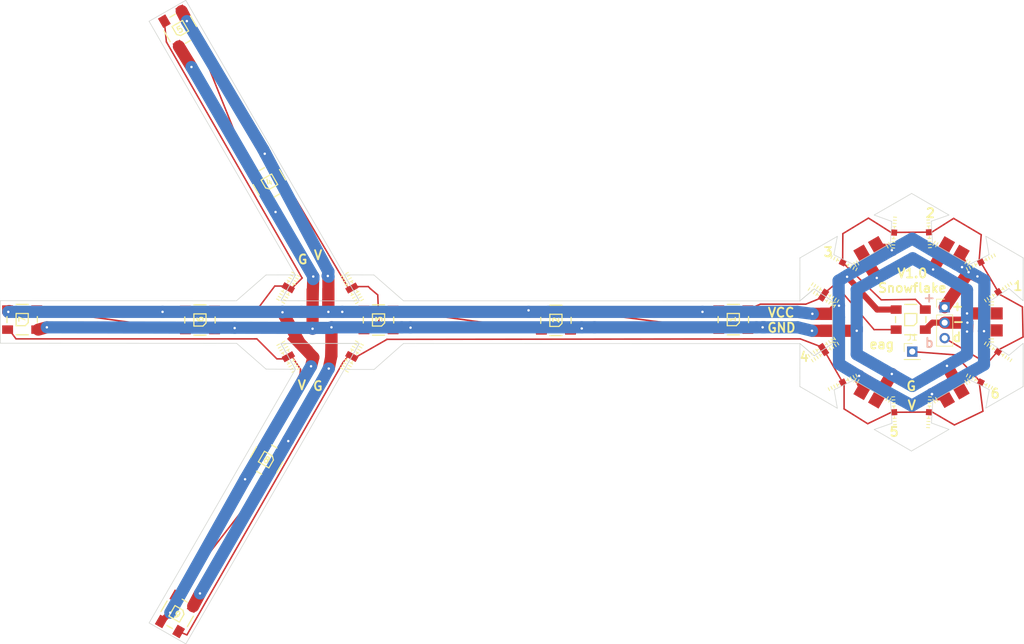
<source format=kicad_pcb>
(kicad_pcb (version 4) (host pcbnew 4.0.7)

  (general
    (links 31)
    (no_connects 2)
    (area 79.915196 54.05732 248.686202 160.127504)
    (thickness 1.6)
    (drawings 105)
    (tracks 311)
    (zones 0)
    (modules 45)
    (nets 14)
  )

  (page A4)
  (layers
    (0 F.Cu signal)
    (31 B.Cu signal)
    (32 B.Adhes user)
    (33 F.Adhes user)
    (34 B.Paste user)
    (35 F.Paste user)
    (36 B.SilkS user)
    (37 F.SilkS user)
    (38 B.Mask user)
    (39 F.Mask user)
    (40 Dwgs.User user)
    (41 Cmts.User user)
    (42 Eco1.User user)
    (43 Eco2.User user)
    (44 Edge.Cuts user)
    (45 Margin user)
    (46 B.CrtYd user)
    (47 F.CrtYd user)
    (48 B.Fab user)
    (49 F.Fab user)
  )

  (setup
    (last_trace_width 1)
    (user_trace_width 0.5)
    (user_trace_width 1)
    (user_trace_width 2)
    (trace_clearance 0.2)
    (zone_clearance 0.508)
    (zone_45_only no)
    (trace_min 0.2)
    (segment_width 0.2)
    (edge_width 0.15)
    (via_size 0.6)
    (via_drill 0.4)
    (via_min_size 0.4)
    (via_min_drill 0.3)
    (uvia_size 0.3)
    (uvia_drill 0.1)
    (uvias_allowed no)
    (uvia_min_size 0.2)
    (uvia_min_drill 0.1)
    (pcb_text_width 0.3)
    (pcb_text_size 1.5 1.5)
    (mod_edge_width 0.15)
    (mod_text_size 1 1)
    (mod_text_width 0.15)
    (pad_size 1.524 1.524)
    (pad_drill 0.762)
    (pad_to_mask_clearance 0.2)
    (aux_axis_origin 0 0)
    (visible_elements 7FFFE7FF)
    (pcbplotparams
      (layerselection 0x00030_80000001)
      (usegerberextensions false)
      (excludeedgelayer true)
      (linewidth 0.100000)
      (plotframeref false)
      (viasonmask false)
      (mode 1)
      (useauxorigin false)
      (hpglpennumber 1)
      (hpglpenspeed 20)
      (hpglpendiameter 15)
      (hpglpenoverlay 2)
      (psnegative false)
      (psa4output false)
      (plotreference true)
      (plotvalue true)
      (plotinvisibletext false)
      (padsonsilk false)
      (subtractmaskfromsilk false)
      (outputformat 1)
      (mirror false)
      (drillshape 1)
      (scaleselection 1)
      (outputdirectory ""))
  )

  (net 0 "")
  (net 1 /VCC)
  (net 2 /GND)
  (net 3 "Net-(LED2-Pad4)")
  (net 4 "Net-(LED3-Pad4)")
  (net 5 "Net-(LED4-Pad4)")
  (net 6 "Net-(LED5-Pad4)")
  (net 7 "Net-(LED6-Pad4)")
  (net 8 "Net-(LED101-Pad2)")
  (net 9 "Net-(LED101-Pad4)")
  (net 10 "Net-(LED102-Pad2)")
  (net 11 /DIN)
  (net 12 /DOUT)
  (net 13 "Net-(LED104-Pad4)")

  (net_class Default "This is the default net class."
    (clearance 0.2)
    (trace_width 0.25)
    (via_dia 0.6)
    (via_drill 0.4)
    (uvia_dia 0.3)
    (uvia_drill 0.1)
    (add_net /DIN)
    (add_net /DOUT)
    (add_net /GND)
    (add_net /VCC)
    (add_net "Net-(LED101-Pad2)")
    (add_net "Net-(LED101-Pad4)")
    (add_net "Net-(LED102-Pad2)")
    (add_net "Net-(LED104-Pad4)")
    (add_net "Net-(LED2-Pad4)")
    (add_net "Net-(LED3-Pad4)")
    (add_net "Net-(LED4-Pad4)")
    (add_net "Net-(LED5-Pad4)")
    (add_net "Net-(LED6-Pad4)")
  )

  (module "Tiny Edge" (layer F.Cu) (tedit 59EBDB8C) (tstamp 5A0C92F3)
    (at 215.2396 103.0605 326.4)
    (fp_text reference "" (at 0 0.5 326.4) (layer F.SilkS)
      (effects (font (size 1 1) (thickness 0.15)))
    )
    (fp_text value "" (at 3.175 -4.056 326.4) (layer F.Fab)
      (effects (font (size 1 1) (thickness 0.15)))
    )
    (fp_line (start 0.635 0) (end 0.889 0) (layer F.SilkS) (width 0.15))
    (fp_line (start -0.889 0) (end -0.635 0) (layer F.SilkS) (width 0.15))
    (fp_line (start -2.54 -0.254) (end -2.54 0.254) (layer F.SilkS) (width 0.15))
    (fp_line (start 2.54 -0.254) (end 2.54 0.254) (layer F.SilkS) (width 0.15))
    (fp_line (start 2.032 -0.254) (end 2.032 0.254) (layer F.SilkS) (width 0.15))
    (fp_line (start 1.524 -0.254) (end 1.524 0.254) (layer F.SilkS) (width 0.15))
    (fp_line (start 1.016 -0.254) (end 1.016 0.254) (layer F.SilkS) (width 0.15))
    (fp_line (start -2.032 -0.254) (end -2.032 0.254) (layer F.SilkS) (width 0.15))
    (fp_line (start -1.524 -0.254) (end -1.524 0.254) (layer F.SilkS) (width 0.15))
    (fp_line (start -1.016 -0.254) (end -1.016 0.254) (layer F.SilkS) (width 0.15))
    (pad 1 smd rect (at 0 0 326.4) (size 1 1) (layers F.Cu F.Paste F.Mask))
  )

  (module "Tiny Edge" (layer F.Cu) (tedit 59EBDB8C) (tstamp 5A0C920A)
    (at 215.773 112.0267 213.6)
    (fp_text reference "" (at 0 0.5 213.6) (layer F.SilkS)
      (effects (font (size 1 1) (thickness 0.15)))
    )
    (fp_text value "" (at 3.175 -4.056 213.6) (layer F.Fab)
      (effects (font (size 1 1) (thickness 0.15)))
    )
    (fp_line (start 0.635 0) (end 0.889 0) (layer F.SilkS) (width 0.15))
    (fp_line (start -0.889 0) (end -0.635 0) (layer F.SilkS) (width 0.15))
    (fp_line (start -2.54 -0.254) (end -2.54 0.254) (layer F.SilkS) (width 0.15))
    (fp_line (start 2.54 -0.254) (end 2.54 0.254) (layer F.SilkS) (width 0.15))
    (fp_line (start 2.032 -0.254) (end 2.032 0.254) (layer F.SilkS) (width 0.15))
    (fp_line (start 1.524 -0.254) (end 1.524 0.254) (layer F.SilkS) (width 0.15))
    (fp_line (start 1.016 -0.254) (end 1.016 0.254) (layer F.SilkS) (width 0.15))
    (fp_line (start -2.032 -0.254) (end -2.032 0.254) (layer F.SilkS) (width 0.15))
    (fp_line (start -1.524 -0.254) (end -1.524 0.254) (layer F.SilkS) (width 0.15))
    (fp_line (start -1.016 -0.254) (end -1.016 0.254) (layer F.SilkS) (width 0.15))
    (pad 1 smd rect (at 0 0 213.6) (size 1 1) (layers F.Cu F.Paste F.Mask))
  )

  (module "Tiny Edge" (layer F.Cu) (tedit 59EBDB8C) (tstamp 5A0C919F)
    (at 138.2776 112.9919 240.6)
    (fp_text reference "" (at 0 0.5 240.6) (layer F.SilkS)
      (effects (font (size 1 1) (thickness 0.15)))
    )
    (fp_text value "" (at 3.175 -4.056 240.6) (layer F.Fab)
      (effects (font (size 1 1) (thickness 0.15)))
    )
    (fp_line (start 0.635 0) (end 0.889 0) (layer F.SilkS) (width 0.15))
    (fp_line (start -0.889 0) (end -0.635 0) (layer F.SilkS) (width 0.15))
    (fp_line (start -2.54 -0.254) (end -2.54 0.254) (layer F.SilkS) (width 0.15))
    (fp_line (start 2.54 -0.254) (end 2.54 0.254) (layer F.SilkS) (width 0.15))
    (fp_line (start 2.032 -0.254) (end 2.032 0.254) (layer F.SilkS) (width 0.15))
    (fp_line (start 1.524 -0.254) (end 1.524 0.254) (layer F.SilkS) (width 0.15))
    (fp_line (start 1.016 -0.254) (end 1.016 0.254) (layer F.SilkS) (width 0.15))
    (fp_line (start -2.032 -0.254) (end -2.032 0.254) (layer F.SilkS) (width 0.15))
    (fp_line (start -1.524 -0.254) (end -1.524 0.254) (layer F.SilkS) (width 0.15))
    (fp_line (start -1.016 -0.254) (end -1.016 0.254) (layer F.SilkS) (width 0.15))
    (pad 1 smd rect (at 0 0 240.6) (size 1 1) (layers F.Cu F.Paste F.Mask))
  )

  (module "Tiny Edge" (layer F.Cu) (tedit 59EBDB8C) (tstamp 5A0C90F8)
    (at 126.9619 113.03 119.4)
    (fp_text reference "" (at 0 0.5 119.4) (layer F.SilkS)
      (effects (font (size 1 1) (thickness 0.15)))
    )
    (fp_text value "" (at 3.175 -4.056 119.4) (layer F.Fab)
      (effects (font (size 1 1) (thickness 0.15)))
    )
    (fp_line (start 0.635 0) (end 0.889 0) (layer F.SilkS) (width 0.15))
    (fp_line (start -0.889 0) (end -0.635 0) (layer F.SilkS) (width 0.15))
    (fp_line (start -2.54 -0.254) (end -2.54 0.254) (layer F.SilkS) (width 0.15))
    (fp_line (start 2.54 -0.254) (end 2.54 0.254) (layer F.SilkS) (width 0.15))
    (fp_line (start 2.032 -0.254) (end 2.032 0.254) (layer F.SilkS) (width 0.15))
    (fp_line (start 1.524 -0.254) (end 1.524 0.254) (layer F.SilkS) (width 0.15))
    (fp_line (start 1.016 -0.254) (end 1.016 0.254) (layer F.SilkS) (width 0.15))
    (fp_line (start -2.032 -0.254) (end -2.032 0.254) (layer F.SilkS) (width 0.15))
    (fp_line (start -1.524 -0.254) (end -1.524 0.254) (layer F.SilkS) (width 0.15))
    (fp_line (start -1.016 -0.254) (end -1.016 0.254) (layer F.SilkS) (width 0.15))
    (pad 1 smd rect (at 0 0 119.4) (size 1 1) (layers F.Cu F.Paste F.Mask))
  )

  (module "Tiny Edge" (layer F.Cu) (tedit 59EBDB8C) (tstamp 5A0C908C)
    (at 127.8128 101.6889 240.6)
    (fp_text reference "" (at 0 0.5 240.6) (layer F.SilkS)
      (effects (font (size 1 1) (thickness 0.15)))
    )
    (fp_text value "" (at 3.175 -4.056 240.6) (layer F.Fab)
      (effects (font (size 1 1) (thickness 0.15)))
    )
    (fp_line (start 0.635 0) (end 0.889 0) (layer F.SilkS) (width 0.15))
    (fp_line (start -0.889 0) (end -0.635 0) (layer F.SilkS) (width 0.15))
    (fp_line (start -2.54 -0.254) (end -2.54 0.254) (layer F.SilkS) (width 0.15))
    (fp_line (start 2.54 -0.254) (end 2.54 0.254) (layer F.SilkS) (width 0.15))
    (fp_line (start 2.032 -0.254) (end 2.032 0.254) (layer F.SilkS) (width 0.15))
    (fp_line (start 1.524 -0.254) (end 1.524 0.254) (layer F.SilkS) (width 0.15))
    (fp_line (start 1.016 -0.254) (end 1.016 0.254) (layer F.SilkS) (width 0.15))
    (fp_line (start -2.032 -0.254) (end -2.032 0.254) (layer F.SilkS) (width 0.15))
    (fp_line (start -1.524 -0.254) (end -1.524 0.254) (layer F.SilkS) (width 0.15))
    (fp_line (start -1.016 -0.254) (end -1.016 0.254) (layer F.SilkS) (width 0.15))
    (pad 1 smd rect (at 0 0 240.6) (size 1 1) (layers F.Cu F.Paste F.Mask))
  )

  (module "Tiny Edge" (layer F.Cu) (tedit 59EBDB8C) (tstamp 5A0C8FC0)
    (at 138.2903 101.2444 119.4)
    (fp_text reference "" (at 0 0.5 119.4) (layer F.SilkS)
      (effects (font (size 1 1) (thickness 0.15)))
    )
    (fp_text value "" (at 3.175 -4.056 119.4) (layer F.Fab)
      (effects (font (size 1 1) (thickness 0.15)))
    )
    (fp_line (start 0.635 0) (end 0.889 0) (layer F.SilkS) (width 0.15))
    (fp_line (start -0.889 0) (end -0.635 0) (layer F.SilkS) (width 0.15))
    (fp_line (start -2.54 -0.254) (end -2.54 0.254) (layer F.SilkS) (width 0.15))
    (fp_line (start 2.54 -0.254) (end 2.54 0.254) (layer F.SilkS) (width 0.15))
    (fp_line (start 2.032 -0.254) (end 2.032 0.254) (layer F.SilkS) (width 0.15))
    (fp_line (start 1.524 -0.254) (end 1.524 0.254) (layer F.SilkS) (width 0.15))
    (fp_line (start 1.016 -0.254) (end 1.016 0.254) (layer F.SilkS) (width 0.15))
    (fp_line (start -2.032 -0.254) (end -2.032 0.254) (layer F.SilkS) (width 0.15))
    (fp_line (start -1.524 -0.254) (end -1.524 0.254) (layer F.SilkS) (width 0.15))
    (fp_line (start -1.016 -0.254) (end -1.016 0.254) (layer F.SilkS) (width 0.15))
    (pad 1 smd rect (at 0 0 119.4) (size 1 1) (layers F.Cu F.Paste F.Mask))
  )

  (module "Tiny Edge" (layer F.Cu) (tedit 59EBDB8C) (tstamp 59EBDF2F)
    (at 215.2269 111.2012 213.6)
    (fp_text reference "" (at 0 0.5 213.6) (layer F.SilkS)
      (effects (font (size 1 1) (thickness 0.15)))
    )
    (fp_text value "" (at 3.175 -4.056 213.6) (layer F.Fab)
      (effects (font (size 1 1) (thickness 0.15)))
    )
    (fp_line (start 0.635 0) (end 0.889 0) (layer F.SilkS) (width 0.15))
    (fp_line (start -0.889 0) (end -0.635 0) (layer F.SilkS) (width 0.15))
    (fp_line (start -2.54 -0.254) (end -2.54 0.254) (layer F.SilkS) (width 0.15))
    (fp_line (start 2.54 -0.254) (end 2.54 0.254) (layer F.SilkS) (width 0.15))
    (fp_line (start 2.032 -0.254) (end 2.032 0.254) (layer F.SilkS) (width 0.15))
    (fp_line (start 1.524 -0.254) (end 1.524 0.254) (layer F.SilkS) (width 0.15))
    (fp_line (start 1.016 -0.254) (end 1.016 0.254) (layer F.SilkS) (width 0.15))
    (fp_line (start -2.032 -0.254) (end -2.032 0.254) (layer F.SilkS) (width 0.15))
    (fp_line (start -1.524 -0.254) (end -1.524 0.254) (layer F.SilkS) (width 0.15))
    (fp_line (start -1.016 -0.254) (end -1.016 0.254) (layer F.SilkS) (width 0.15))
    (pad 1 smd rect (at 0 0 213.6) (size 1 1) (layers F.Cu F.Paste F.Mask))
  )

  (module "Tiny Edge" (layer F.Cu) (tedit 59EBDB8C) (tstamp 59EBDF20)
    (at 218.6686 117.0178 26.4)
    (fp_text reference "" (at 0 0.5 26.4) (layer F.SilkS)
      (effects (font (size 1 1) (thickness 0.15)))
    )
    (fp_text value "" (at 3.175 -4.056 26.4) (layer F.Fab)
      (effects (font (size 1 1) (thickness 0.15)))
    )
    (fp_line (start 0.635 0) (end 0.889 0) (layer F.SilkS) (width 0.15))
    (fp_line (start -0.889 0) (end -0.635 0) (layer F.SilkS) (width 0.15))
    (fp_line (start -2.54 -0.254) (end -2.54 0.254) (layer F.SilkS) (width 0.15))
    (fp_line (start 2.54 -0.254) (end 2.54 0.254) (layer F.SilkS) (width 0.15))
    (fp_line (start 2.032 -0.254) (end 2.032 0.254) (layer F.SilkS) (width 0.15))
    (fp_line (start 1.524 -0.254) (end 1.524 0.254) (layer F.SilkS) (width 0.15))
    (fp_line (start 1.016 -0.254) (end 1.016 0.254) (layer F.SilkS) (width 0.15))
    (fp_line (start -2.032 -0.254) (end -2.032 0.254) (layer F.SilkS) (width 0.15))
    (fp_line (start -1.524 -0.254) (end -1.524 0.254) (layer F.SilkS) (width 0.15))
    (fp_line (start -1.016 -0.254) (end -1.016 0.254) (layer F.SilkS) (width 0.15))
    (pad 1 smd rect (at 0 0 26.4) (size 1 1) (layers F.Cu F.Paste F.Mask))
  )

  (module "Tiny Edge" (layer F.Cu) (tedit 59EBDB8C) (tstamp 59EBDF0E)
    (at 227.1395 121.9327 273.6)
    (fp_text reference "" (at 0 0.5 273.6) (layer F.SilkS)
      (effects (font (size 1 1) (thickness 0.15)))
    )
    (fp_text value "" (at 3.175 -4.056 273.6) (layer F.Fab)
      (effects (font (size 1 1) (thickness 0.15)))
    )
    (fp_line (start 0.635 0) (end 0.889 0) (layer F.SilkS) (width 0.15))
    (fp_line (start -0.889 0) (end -0.635 0) (layer F.SilkS) (width 0.15))
    (fp_line (start -2.54 -0.254) (end -2.54 0.254) (layer F.SilkS) (width 0.15))
    (fp_line (start 2.54 -0.254) (end 2.54 0.254) (layer F.SilkS) (width 0.15))
    (fp_line (start 2.032 -0.254) (end 2.032 0.254) (layer F.SilkS) (width 0.15))
    (fp_line (start 1.524 -0.254) (end 1.524 0.254) (layer F.SilkS) (width 0.15))
    (fp_line (start 1.016 -0.254) (end 1.016 0.254) (layer F.SilkS) (width 0.15))
    (fp_line (start -2.032 -0.254) (end -2.032 0.254) (layer F.SilkS) (width 0.15))
    (fp_line (start -1.524 -0.254) (end -1.524 0.254) (layer F.SilkS) (width 0.15))
    (fp_line (start -1.016 -0.254) (end -1.016 0.254) (layer F.SilkS) (width 0.15))
    (pad 1 smd rect (at 0 0 273.6) (size 1 1) (layers F.Cu F.Paste F.Mask))
  )

  (module "Tiny Edge" (layer F.Cu) (tedit 59EBDB8C) (tstamp 59EBDEFF)
    (at 232.8799 121.9327 86.4)
    (fp_text reference "" (at 0 0.5 86.4) (layer F.SilkS)
      (effects (font (size 1 1) (thickness 0.15)))
    )
    (fp_text value "" (at 3.175 -4.056 86.4) (layer F.Fab)
      (effects (font (size 1 1) (thickness 0.15)))
    )
    (fp_line (start 0.635 0) (end 0.889 0) (layer F.SilkS) (width 0.15))
    (fp_line (start -0.889 0) (end -0.635 0) (layer F.SilkS) (width 0.15))
    (fp_line (start -2.54 -0.254) (end -2.54 0.254) (layer F.SilkS) (width 0.15))
    (fp_line (start 2.54 -0.254) (end 2.54 0.254) (layer F.SilkS) (width 0.15))
    (fp_line (start 2.032 -0.254) (end 2.032 0.254) (layer F.SilkS) (width 0.15))
    (fp_line (start 1.524 -0.254) (end 1.524 0.254) (layer F.SilkS) (width 0.15))
    (fp_line (start 1.016 -0.254) (end 1.016 0.254) (layer F.SilkS) (width 0.15))
    (fp_line (start -2.032 -0.254) (end -2.032 0.254) (layer F.SilkS) (width 0.15))
    (fp_line (start -1.524 -0.254) (end -1.524 0.254) (layer F.SilkS) (width 0.15))
    (fp_line (start -1.016 -0.254) (end -1.016 0.254) (layer F.SilkS) (width 0.15))
    (pad 1 smd rect (at 0 0 86.4) (size 1 1) (layers F.Cu F.Paste F.Mask))
  )

  (module "Tiny Edge" (layer F.Cu) (tedit 59EBDB8C) (tstamp 59EBDEF0)
    (at 241.4143 116.9924 333.6)
    (fp_text reference "" (at 0 0.5 333.6) (layer F.SilkS)
      (effects (font (size 1 1) (thickness 0.15)))
    )
    (fp_text value "" (at 3.175 -4.056 333.6) (layer F.Fab)
      (effects (font (size 1 1) (thickness 0.15)))
    )
    (fp_line (start 0.635 0) (end 0.889 0) (layer F.SilkS) (width 0.15))
    (fp_line (start -0.889 0) (end -0.635 0) (layer F.SilkS) (width 0.15))
    (fp_line (start -2.54 -0.254) (end -2.54 0.254) (layer F.SilkS) (width 0.15))
    (fp_line (start 2.54 -0.254) (end 2.54 0.254) (layer F.SilkS) (width 0.15))
    (fp_line (start 2.032 -0.254) (end 2.032 0.254) (layer F.SilkS) (width 0.15))
    (fp_line (start 1.524 -0.254) (end 1.524 0.254) (layer F.SilkS) (width 0.15))
    (fp_line (start 1.016 -0.254) (end 1.016 0.254) (layer F.SilkS) (width 0.15))
    (fp_line (start -2.032 -0.254) (end -2.032 0.254) (layer F.SilkS) (width 0.15))
    (fp_line (start -1.524 -0.254) (end -1.524 0.254) (layer F.SilkS) (width 0.15))
    (fp_line (start -1.016 -0.254) (end -1.016 0.254) (layer F.SilkS) (width 0.15))
    (pad 1 smd rect (at 0 0 333.6) (size 1 1) (layers F.Cu F.Paste F.Mask))
  )

  (module "Tiny Edge" (layer F.Cu) (tedit 59EBDB8C) (tstamp 59EBDEE1)
    (at 244.2591 111.9759 146.4)
    (fp_text reference "" (at 0 0.5 146.4) (layer F.SilkS)
      (effects (font (size 1 1) (thickness 0.15)))
    )
    (fp_text value "" (at 3.175 -4.056 146.4) (layer F.Fab)
      (effects (font (size 1 1) (thickness 0.15)))
    )
    (fp_line (start 0.635 0) (end 0.889 0) (layer F.SilkS) (width 0.15))
    (fp_line (start -0.889 0) (end -0.635 0) (layer F.SilkS) (width 0.15))
    (fp_line (start -2.54 -0.254) (end -2.54 0.254) (layer F.SilkS) (width 0.15))
    (fp_line (start 2.54 -0.254) (end 2.54 0.254) (layer F.SilkS) (width 0.15))
    (fp_line (start 2.032 -0.254) (end 2.032 0.254) (layer F.SilkS) (width 0.15))
    (fp_line (start 1.524 -0.254) (end 1.524 0.254) (layer F.SilkS) (width 0.15))
    (fp_line (start 1.016 -0.254) (end 1.016 0.254) (layer F.SilkS) (width 0.15))
    (fp_line (start -2.032 -0.254) (end -2.032 0.254) (layer F.SilkS) (width 0.15))
    (fp_line (start -1.524 -0.254) (end -1.524 0.254) (layer F.SilkS) (width 0.15))
    (fp_line (start -1.016 -0.254) (end -1.016 0.254) (layer F.SilkS) (width 0.15))
    (pad 1 smd rect (at 0 0 146.4) (size 1 1) (layers F.Cu F.Paste F.Mask))
  )

  (module "Tiny Edge" (layer F.Cu) (tedit 59EBDB8C) (tstamp 59EBDED1)
    (at 244.2718 102.1461 33.6)
    (fp_text reference "" (at 0 0.5 33.6) (layer F.SilkS)
      (effects (font (size 1 1) (thickness 0.15)))
    )
    (fp_text value "" (at 3.175 -4.056 33.6) (layer F.Fab)
      (effects (font (size 1 1) (thickness 0.15)))
    )
    (fp_line (start 0.635 0) (end 0.889 0) (layer F.SilkS) (width 0.15))
    (fp_line (start -0.889 0) (end -0.635 0) (layer F.SilkS) (width 0.15))
    (fp_line (start -2.54 -0.254) (end -2.54 0.254) (layer F.SilkS) (width 0.15))
    (fp_line (start 2.54 -0.254) (end 2.54 0.254) (layer F.SilkS) (width 0.15))
    (fp_line (start 2.032 -0.254) (end 2.032 0.254) (layer F.SilkS) (width 0.15))
    (fp_line (start 1.524 -0.254) (end 1.524 0.254) (layer F.SilkS) (width 0.15))
    (fp_line (start 1.016 -0.254) (end 1.016 0.254) (layer F.SilkS) (width 0.15))
    (fp_line (start -2.032 -0.254) (end -2.032 0.254) (layer F.SilkS) (width 0.15))
    (fp_line (start -1.524 -0.254) (end -1.524 0.254) (layer F.SilkS) (width 0.15))
    (fp_line (start -1.016 -0.254) (end -1.016 0.254) (layer F.SilkS) (width 0.15))
    (pad 1 smd rect (at 0 0 33.6) (size 1 1) (layers F.Cu F.Paste F.Mask))
  )

  (module "Tiny Edge" (layer F.Cu) (tedit 59EBDB8C) (tstamp 59EBDEC0)
    (at 241.4143 97.2185 206.4)
    (fp_text reference "" (at 0 0.5 206.4) (layer F.SilkS)
      (effects (font (size 1 1) (thickness 0.15)))
    )
    (fp_text value "" (at 3.175 -4.056 206.4) (layer F.Fab)
      (effects (font (size 1 1) (thickness 0.15)))
    )
    (fp_line (start 0.635 0) (end 0.889 0) (layer F.SilkS) (width 0.15))
    (fp_line (start -0.889 0) (end -0.635 0) (layer F.SilkS) (width 0.15))
    (fp_line (start -2.54 -0.254) (end -2.54 0.254) (layer F.SilkS) (width 0.15))
    (fp_line (start 2.54 -0.254) (end 2.54 0.254) (layer F.SilkS) (width 0.15))
    (fp_line (start 2.032 -0.254) (end 2.032 0.254) (layer F.SilkS) (width 0.15))
    (fp_line (start 1.524 -0.254) (end 1.524 0.254) (layer F.SilkS) (width 0.15))
    (fp_line (start 1.016 -0.254) (end 1.016 0.254) (layer F.SilkS) (width 0.15))
    (fp_line (start -2.032 -0.254) (end -2.032 0.254) (layer F.SilkS) (width 0.15))
    (fp_line (start -1.524 -0.254) (end -1.524 0.254) (layer F.SilkS) (width 0.15))
    (fp_line (start -1.016 -0.254) (end -1.016 0.254) (layer F.SilkS) (width 0.15))
    (pad 1 smd rect (at 0 0 206.4) (size 1 1) (layers F.Cu F.Paste F.Mask))
  )

  (module "Tiny Edge" (layer F.Cu) (tedit 59EBDB8C) (tstamp 59EBDE7C)
    (at 232.8799 92.3036 93.6)
    (fp_text reference "" (at 0 0.5 93.6) (layer F.SilkS)
      (effects (font (size 1 1) (thickness 0.15)))
    )
    (fp_text value "" (at 3.175 -4.056 93.6) (layer F.Fab)
      (effects (font (size 1 1) (thickness 0.15)))
    )
    (fp_line (start 0.635 0) (end 0.889 0) (layer F.SilkS) (width 0.15))
    (fp_line (start -0.889 0) (end -0.635 0) (layer F.SilkS) (width 0.15))
    (fp_line (start -2.54 -0.254) (end -2.54 0.254) (layer F.SilkS) (width 0.15))
    (fp_line (start 2.54 -0.254) (end 2.54 0.254) (layer F.SilkS) (width 0.15))
    (fp_line (start 2.032 -0.254) (end 2.032 0.254) (layer F.SilkS) (width 0.15))
    (fp_line (start 1.524 -0.254) (end 1.524 0.254) (layer F.SilkS) (width 0.15))
    (fp_line (start 1.016 -0.254) (end 1.016 0.254) (layer F.SilkS) (width 0.15))
    (fp_line (start -2.032 -0.254) (end -2.032 0.254) (layer F.SilkS) (width 0.15))
    (fp_line (start -1.524 -0.254) (end -1.524 0.254) (layer F.SilkS) (width 0.15))
    (fp_line (start -1.016 -0.254) (end -1.016 0.254) (layer F.SilkS) (width 0.15))
    (pad 1 smd rect (at 0 0 93.6) (size 1 1) (layers F.Cu F.Paste F.Mask))
  )

  (module "Tiny Edge" (layer F.Cu) (tedit 59EBDB8C) (tstamp 59EBDE1F)
    (at 227.1268 92.3544 266.4)
    (fp_text reference "" (at 0 0.5 266.4) (layer F.SilkS)
      (effects (font (size 1 1) (thickness 0.15)))
    )
    (fp_text value "" (at 3.175 -4.056 266.4) (layer F.Fab)
      (effects (font (size 1 1) (thickness 0.15)))
    )
    (fp_line (start 0.635 0) (end 0.889 0) (layer F.SilkS) (width 0.15))
    (fp_line (start -0.889 0) (end -0.635 0) (layer F.SilkS) (width 0.15))
    (fp_line (start -2.54 -0.254) (end -2.54 0.254) (layer F.SilkS) (width 0.15))
    (fp_line (start 2.54 -0.254) (end 2.54 0.254) (layer F.SilkS) (width 0.15))
    (fp_line (start 2.032 -0.254) (end 2.032 0.254) (layer F.SilkS) (width 0.15))
    (fp_line (start 1.524 -0.254) (end 1.524 0.254) (layer F.SilkS) (width 0.15))
    (fp_line (start 1.016 -0.254) (end 1.016 0.254) (layer F.SilkS) (width 0.15))
    (fp_line (start -2.032 -0.254) (end -2.032 0.254) (layer F.SilkS) (width 0.15))
    (fp_line (start -1.524 -0.254) (end -1.524 0.254) (layer F.SilkS) (width 0.15))
    (fp_line (start -1.016 -0.254) (end -1.016 0.254) (layer F.SilkS) (width 0.15))
    (pad 1 smd rect (at 0 0 266.4) (size 1 1) (layers F.Cu F.Paste F.Mask))
  )

  (module "Tiny Edge" (layer F.Cu) (tedit 59EBDB8C) (tstamp 59EBDDA6)
    (at 218.6559 97.282 153.6)
    (fp_text reference "" (at 0 0.5 153.6) (layer F.SilkS)
      (effects (font (size 1 1) (thickness 0.15)))
    )
    (fp_text value "" (at 3.175 -4.056 153.6) (layer F.Fab)
      (effects (font (size 1 1) (thickness 0.15)))
    )
    (fp_line (start 0.635 0) (end 0.889 0) (layer F.SilkS) (width 0.15))
    (fp_line (start -0.889 0) (end -0.635 0) (layer F.SilkS) (width 0.15))
    (fp_line (start -2.54 -0.254) (end -2.54 0.254) (layer F.SilkS) (width 0.15))
    (fp_line (start 2.54 -0.254) (end 2.54 0.254) (layer F.SilkS) (width 0.15))
    (fp_line (start 2.032 -0.254) (end 2.032 0.254) (layer F.SilkS) (width 0.15))
    (fp_line (start 1.524 -0.254) (end 1.524 0.254) (layer F.SilkS) (width 0.15))
    (fp_line (start 1.016 -0.254) (end 1.016 0.254) (layer F.SilkS) (width 0.15))
    (fp_line (start -2.032 -0.254) (end -2.032 0.254) (layer F.SilkS) (width 0.15))
    (fp_line (start -1.524 -0.254) (end -1.524 0.254) (layer F.SilkS) (width 0.15))
    (fp_line (start -1.016 -0.254) (end -1.016 0.254) (layer F.SilkS) (width 0.15))
    (pad 1 smd rect (at 0 0 153.6) (size 1 1) (layers F.Cu F.Paste F.Mask))
  )

  (module "Tiny Edge" (layer F.Cu) (tedit 59EBDB8C) (tstamp 59EBDD1E)
    (at 215.773 102.235 326.4)
    (fp_text reference "" (at 0 0.5 326.4) (layer F.SilkS)
      (effects (font (size 1 1) (thickness 0.15)))
    )
    (fp_text value "" (at 3.175 -4.056 326.4) (layer F.Fab)
      (effects (font (size 1 1) (thickness 0.15)))
    )
    (fp_line (start 0.635 0) (end 0.889 0) (layer F.SilkS) (width 0.15))
    (fp_line (start -0.889 0) (end -0.635 0) (layer F.SilkS) (width 0.15))
    (fp_line (start -2.54 -0.254) (end -2.54 0.254) (layer F.SilkS) (width 0.15))
    (fp_line (start 2.54 -0.254) (end 2.54 0.254) (layer F.SilkS) (width 0.15))
    (fp_line (start 2.032 -0.254) (end 2.032 0.254) (layer F.SilkS) (width 0.15))
    (fp_line (start 1.524 -0.254) (end 1.524 0.254) (layer F.SilkS) (width 0.15))
    (fp_line (start 1.016 -0.254) (end 1.016 0.254) (layer F.SilkS) (width 0.15))
    (fp_line (start -2.032 -0.254) (end -2.032 0.254) (layer F.SilkS) (width 0.15))
    (fp_line (start -1.524 -0.254) (end -1.524 0.254) (layer F.SilkS) (width 0.15))
    (fp_line (start -1.016 -0.254) (end -1.016 0.254) (layer F.SilkS) (width 0.15))
    (pad 1 smd rect (at 0 0 326.4) (size 1 1) (layers F.Cu F.Paste F.Mask))
  )

  (module "Tiny Edge" (layer F.Cu) (tedit 59EBDB8C) (tstamp 59EBDCB6)
    (at 137.4267 101.727 119.4)
    (fp_text reference "" (at 0 0.5 119.4) (layer F.SilkS)
      (effects (font (size 1 1) (thickness 0.15)))
    )
    (fp_text value "" (at 3.175 -4.056 119.4) (layer F.Fab)
      (effects (font (size 1 1) (thickness 0.15)))
    )
    (fp_line (start 0.635 0) (end 0.889 0) (layer F.SilkS) (width 0.15))
    (fp_line (start -0.889 0) (end -0.635 0) (layer F.SilkS) (width 0.15))
    (fp_line (start -2.54 -0.254) (end -2.54 0.254) (layer F.SilkS) (width 0.15))
    (fp_line (start 2.54 -0.254) (end 2.54 0.254) (layer F.SilkS) (width 0.15))
    (fp_line (start 2.032 -0.254) (end 2.032 0.254) (layer F.SilkS) (width 0.15))
    (fp_line (start 1.524 -0.254) (end 1.524 0.254) (layer F.SilkS) (width 0.15))
    (fp_line (start 1.016 -0.254) (end 1.016 0.254) (layer F.SilkS) (width 0.15))
    (fp_line (start -2.032 -0.254) (end -2.032 0.254) (layer F.SilkS) (width 0.15))
    (fp_line (start -1.524 -0.254) (end -1.524 0.254) (layer F.SilkS) (width 0.15))
    (fp_line (start -1.016 -0.254) (end -1.016 0.254) (layer F.SilkS) (width 0.15))
    (pad 1 smd rect (at 0 0 119.4) (size 1 1) (layers F.Cu F.Paste F.Mask))
  )

  (module "Tiny Edge" (layer F.Cu) (tedit 59EBDB8C) (tstamp 59EBDC5E)
    (at 127.8255 112.5474 119.4)
    (fp_text reference "" (at 0 0.5 119.4) (layer F.SilkS)
      (effects (font (size 1 1) (thickness 0.15)))
    )
    (fp_text value "" (at 3.175 -4.056 119.4) (layer F.Fab)
      (effects (font (size 1 1) (thickness 0.15)))
    )
    (fp_line (start 0.635 0) (end 0.889 0) (layer F.SilkS) (width 0.15))
    (fp_line (start -0.889 0) (end -0.635 0) (layer F.SilkS) (width 0.15))
    (fp_line (start -2.54 -0.254) (end -2.54 0.254) (layer F.SilkS) (width 0.15))
    (fp_line (start 2.54 -0.254) (end 2.54 0.254) (layer F.SilkS) (width 0.15))
    (fp_line (start 2.032 -0.254) (end 2.032 0.254) (layer F.SilkS) (width 0.15))
    (fp_line (start 1.524 -0.254) (end 1.524 0.254) (layer F.SilkS) (width 0.15))
    (fp_line (start 1.016 -0.254) (end 1.016 0.254) (layer F.SilkS) (width 0.15))
    (fp_line (start -2.032 -0.254) (end -2.032 0.254) (layer F.SilkS) (width 0.15))
    (fp_line (start -1.524 -0.254) (end -1.524 0.254) (layer F.SilkS) (width 0.15))
    (fp_line (start -1.016 -0.254) (end -1.016 0.254) (layer F.SilkS) (width 0.15))
    (pad 1 smd rect (at 0 0 119.4) (size 1 1) (layers F.Cu F.Paste F.Mask))
  )

  (module "Tiny Edge" (layer F.Cu) (tedit 59EBDB8C) (tstamp 59EBDBC5)
    (at 137.414 112.5093 240.6)
    (fp_text reference "" (at 0 0.5 240.6) (layer F.SilkS)
      (effects (font (size 1 1) (thickness 0.15)))
    )
    (fp_text value "" (at 3.175 -4.056 240.6) (layer F.Fab)
      (effects (font (size 1 1) (thickness 0.15)))
    )
    (fp_line (start 0.635 0) (end 0.889 0) (layer F.SilkS) (width 0.15))
    (fp_line (start -0.889 0) (end -0.635 0) (layer F.SilkS) (width 0.15))
    (fp_line (start -2.54 -0.254) (end -2.54 0.254) (layer F.SilkS) (width 0.15))
    (fp_line (start 2.54 -0.254) (end 2.54 0.254) (layer F.SilkS) (width 0.15))
    (fp_line (start 2.032 -0.254) (end 2.032 0.254) (layer F.SilkS) (width 0.15))
    (fp_line (start 1.524 -0.254) (end 1.524 0.254) (layer F.SilkS) (width 0.15))
    (fp_line (start 1.016 -0.254) (end 1.016 0.254) (layer F.SilkS) (width 0.15))
    (fp_line (start -2.032 -0.254) (end -2.032 0.254) (layer F.SilkS) (width 0.15))
    (fp_line (start -1.524 -0.254) (end -1.524 0.254) (layer F.SilkS) (width 0.15))
    (fp_line (start -1.016 -0.254) (end -1.016 0.254) (layer F.SilkS) (width 0.15))
    (pad 1 smd rect (at 0 0 240.6) (size 1 1) (layers F.Cu F.Paste F.Mask))
  )

  (module "Tiny Edge" (layer F.Cu) (tedit 59EBDB8C) (tstamp 59EA9D59)
    (at 126.9365 101.1936 240.6)
    (fp_text reference "" (at 0 0.5 240.6) (layer F.SilkS)
      (effects (font (size 1 1) (thickness 0.15)))
    )
    (fp_text value "" (at 3.175 -4.056 240.6) (layer F.Fab)
      (effects (font (size 1 1) (thickness 0.15)))
    )
    (fp_line (start 0.635 0) (end 0.889 0) (layer F.SilkS) (width 0.15))
    (fp_line (start -0.889 0) (end -0.635 0) (layer F.SilkS) (width 0.15))
    (fp_line (start -2.54 -0.254) (end -2.54 0.254) (layer F.SilkS) (width 0.15))
    (fp_line (start 2.54 -0.254) (end 2.54 0.254) (layer F.SilkS) (width 0.15))
    (fp_line (start 2.032 -0.254) (end 2.032 0.254) (layer F.SilkS) (width 0.15))
    (fp_line (start 1.524 -0.254) (end 1.524 0.254) (layer F.SilkS) (width 0.15))
    (fp_line (start 1.016 -0.254) (end 1.016 0.254) (layer F.SilkS) (width 0.15))
    (fp_line (start -2.032 -0.254) (end -2.032 0.254) (layer F.SilkS) (width 0.15))
    (fp_line (start -1.524 -0.254) (end -1.524 0.254) (layer F.SilkS) (width 0.15))
    (fp_line (start -1.016 -0.254) (end -1.016 0.254) (layer F.SilkS) (width 0.15))
    (pad 1 smd rect (at 0 0 240.6) (size 1 1) (layers F.Cu F.Paste F.Mask))
  )

  (module "Big pad" (layer F.Cu) (tedit 59EB7573) (tstamp 59EB9583)
    (at 237.5535 117.856 300)
    (fp_text reference "" (at 0.127 0.5 300) (layer F.SilkS)
      (effects (font (size 1 1) (thickness 0.15)))
    )
    (fp_text value "" (at 0 -0.5 300) (layer F.Fab)
      (effects (font (size 1 1) (thickness 0.15)))
    )
    (fp_line (start -0.381 4.445) (end 0.381 4.445) (layer F.SilkS) (width 0.15))
    (fp_line (start -0.381 -2.159) (end 0.381 -2.159) (layer F.SilkS) (width 0.15))
    (fp_line (start -0.381 3.937) (end 0.381 3.937) (layer F.SilkS) (width 0.15))
    (fp_line (start -0.381 -1.651) (end 0.381 -1.651) (layer F.SilkS) (width 0.15))
    (pad 1 smd rect (at -0.127 -0.254 300) (size 4 2) (layers F.Cu F.Paste F.Mask))
    (pad 1 smd rect (at -0.127 2.54 300) (size 4 2) (layers F.Cu F.Paste F.Mask))
  )

  (module "Big pad" (layer F.Cu) (tedit 59EB7573) (tstamp 59EB9546)
    (at 224.536 95.377 300)
    (fp_text reference "" (at 0.127 0.5 300) (layer F.SilkS)
      (effects (font (size 1 1) (thickness 0.15)))
    )
    (fp_text value "" (at 0 -0.5 300) (layer F.Fab)
      (effects (font (size 1 1) (thickness 0.15)))
    )
    (fp_line (start -0.381 4.445) (end 0.381 4.445) (layer F.SilkS) (width 0.15))
    (fp_line (start -0.381 -2.159) (end 0.381 -2.159) (layer F.SilkS) (width 0.15))
    (fp_line (start -0.381 3.937) (end 0.381 3.937) (layer F.SilkS) (width 0.15))
    (fp_line (start -0.381 -1.651) (end 0.381 -1.651) (layer F.SilkS) (width 0.15))
    (pad 1 smd rect (at -0.127 -0.254 300) (size 4 2) (layers F.Cu F.Paste F.Mask))
    (pad 1 smd rect (at -0.127 2.54 300) (size 4 2) (layers F.Cu F.Paste F.Mask))
  )

  (module "Big pad" (layer F.Cu) (tedit 59EB7573) (tstamp 59EB953C)
    (at 235.585 95.1865 60)
    (fp_text reference "" (at 0.127 0.5 60) (layer F.SilkS)
      (effects (font (size 1 1) (thickness 0.15)))
    )
    (fp_text value "" (at 0 -0.5 60) (layer F.Fab)
      (effects (font (size 1 1) (thickness 0.15)))
    )
    (fp_line (start -0.381 4.445) (end 0.381 4.445) (layer F.SilkS) (width 0.15))
    (fp_line (start -0.381 -2.159) (end 0.381 -2.159) (layer F.SilkS) (width 0.15))
    (fp_line (start -0.381 3.937) (end 0.381 3.937) (layer F.SilkS) (width 0.15))
    (fp_line (start -0.381 -1.651) (end 0.381 -1.651) (layer F.SilkS) (width 0.15))
    (pad 1 smd rect (at -0.127 -0.254 60) (size 4 2) (layers F.Cu F.Paste F.Mask))
    (pad 1 smd rect (at -0.127 2.54 60) (size 4 2) (layers F.Cu F.Paste F.Mask))
  )

  (module "Big pad" (layer F.Cu) (tedit 59EB7573) (tstamp 59EB9527)
    (at 222.5675 117.729 60)
    (fp_text reference "" (at 0.127 0.5 60) (layer F.SilkS)
      (effects (font (size 1 1) (thickness 0.15)))
    )
    (fp_text value "" (at 0 -0.5 60) (layer F.Fab)
      (effects (font (size 1 1) (thickness 0.15)))
    )
    (fp_line (start -0.381 4.445) (end 0.381 4.445) (layer F.SilkS) (width 0.15))
    (fp_line (start -0.381 -2.159) (end 0.381 -2.159) (layer F.SilkS) (width 0.15))
    (fp_line (start -0.381 3.937) (end 0.381 3.937) (layer F.SilkS) (width 0.15))
    (fp_line (start -0.381 -1.651) (end 0.381 -1.651) (layer F.SilkS) (width 0.15))
    (pad 1 smd rect (at -0.127 -0.254 60) (size 4 2) (layers F.Cu F.Paste F.Mask))
    (pad 1 smd rect (at -0.127 2.54 60) (size 4 2) (layers F.Cu F.Paste F.Mask))
  )

  (module "Big pad" (layer F.Cu) (tedit 59EB7573) (tstamp 59EB94BF)
    (at 243.1415 105.918)
    (fp_text reference "" (at 0.127 0.5) (layer F.SilkS)
      (effects (font (size 1 1) (thickness 0.15)))
    )
    (fp_text value "" (at 0 -0.5) (layer F.Fab)
      (effects (font (size 1 1) (thickness 0.15)))
    )
    (fp_line (start -0.381 4.445) (end 0.381 4.445) (layer F.SilkS) (width 0.15))
    (fp_line (start -0.381 -2.159) (end 0.381 -2.159) (layer F.SilkS) (width 0.15))
    (fp_line (start -0.381 3.937) (end 0.381 3.937) (layer F.SilkS) (width 0.15))
    (fp_line (start -0.381 -1.651) (end 0.381 -1.651) (layer F.SilkS) (width 0.15))
    (pad 1 smd rect (at -0.127 -0.254) (size 4 2) (layers F.Cu F.Paste F.Mask))
    (pad 1 smd rect (at -0.127 2.54) (size 4 2) (layers F.Cu F.Paste F.Mask))
  )

  (module "Big pad" (layer F.Cu) (tedit 59EB7573) (tstamp 59EAA4FA)
    (at 217.1065 105.9815)
    (fp_text reference "" (at 0.127 0.5) (layer F.SilkS)
      (effects (font (size 1 1) (thickness 0.15)))
    )
    (fp_text value "" (at 0 -0.5) (layer F.Fab)
      (effects (font (size 1 1) (thickness 0.15)))
    )
    (fp_line (start -0.381 4.445) (end 0.381 4.445) (layer F.SilkS) (width 0.15))
    (fp_line (start -0.381 -2.159) (end 0.381 -2.159) (layer F.SilkS) (width 0.15))
    (fp_line (start -0.381 3.937) (end 0.381 3.937) (layer F.SilkS) (width 0.15))
    (fp_line (start -0.381 -1.651) (end 0.381 -1.651) (layer F.SilkS) (width 0.15))
    (pad 1 smd rect (at -0.127 -0.254) (size 4 2) (layers F.Cu F.Paste F.Mask))
    (pad 1 smd rect (at -0.127 2.54) (size 4 2) (layers F.Cu F.Paste F.Mask))
  )

  (module "Big pad" (layer F.Cu) (tedit 59EB7476) (tstamp 59EB663F)
    (at 222.123 117.475 60)
    (fp_text reference "" (at 0.127 0.5 60) (layer F.SilkS)
      (effects (font (size 1 1) (thickness 0.15)))
    )
    (fp_text value "" (at 0 -0.5 60) (layer F.Fab)
      (effects (font (size 1 1) (thickness 0.15)))
    )
  )

  (module "Big pad" (layer F.Cu) (tedit 59EAA4F0) (tstamp 59EAA5B9)
    (at 134.112 103.378 90)
    (fp_text reference "" (at 0.127 0.5 90) (layer F.SilkS)
      (effects (font (size 1 1) (thickness 0.15)))
    )
    (fp_text value "" (at 0 -0.5 90) (layer F.Fab)
      (effects (font (size 1 1) (thickness 0.15)))
    )
    (pad 1 smd rect (at -0.127 -0.127 90) (size 4 2) (layers F.Cu F.Paste F.Mask))
  )

  (module "Big pad" (layer F.Cu) (tedit 59EAA4F0) (tstamp 59EAA5B3)
    (at 131.5085 103.4415 90)
    (fp_text reference "" (at 0.127 0.5 90) (layer F.SilkS)
      (effects (font (size 1 1) (thickness 0.15)))
    )
    (fp_text value "" (at 0 -0.5 90) (layer F.Fab)
      (effects (font (size 1 1) (thickness 0.15)))
    )
    (pad 1 smd rect (at -0.127 -0.127 90) (size 4 2) (layers F.Cu F.Paste F.Mask))
  )

  (module "Big pad" (layer F.Cu) (tedit 59EAA4F0) (tstamp 59EAA540)
    (at 129.286 110.744 315)
    (fp_text reference "" (at 0.127 0.5 315) (layer F.SilkS)
      (effects (font (size 1 1) (thickness 0.15)))
    )
    (fp_text value "" (at 0 -0.5 315) (layer F.Fab)
      (effects (font (size 1 1) (thickness 0.15)))
    )
    (pad 1 smd rect (at -0.127 -0.127 315) (size 4 2) (layers F.Cu F.Paste F.Mask))
  )

  (module "Big pad" (layer F.Cu) (tedit 59EAA4F0) (tstamp 59EAA537)
    (at 134.62 110.744 90)
    (fp_text reference "" (at 0.127 0.5 90) (layer F.SilkS)
      (effects (font (size 1 1) (thickness 0.15)))
    )
    (fp_text value "" (at 0 -0.5 90) (layer F.Fab)
      (effects (font (size 1 1) (thickness 0.15)))
    )
    (pad 1 smd rect (at -0.127 -0.127 90) (size 4 2) (layers F.Cu F.Paste F.Mask))
  )

  (module WS2812B:WS2812B (layer F.Cu) (tedit 59EB979D) (tstamp 59E770EA)
    (at 109.601 58.801 30)
    (path /59E6A5E4)
    (fp_text reference 5 (at -0.118493 0.078235 30) (layer F.SilkS)
      (effects (font (size 1 1) (thickness 0.2)))
    )
    (fp_text value "" (at 0 4.8 30) (layer F.SilkS) hide
      (effects (font (size 1 1) (thickness 0.2)))
    )
    (fp_line (start -1 -1) (end 1 -1) (layer F.SilkS) (width 0.2))
    (fp_line (start 1 -1) (end 1 1) (layer F.SilkS) (width 0.2))
    (fp_line (start 1 1) (end -0.5 1) (layer F.SilkS) (width 0.2))
    (fp_line (start -0.5 1) (end -1 0.5) (layer F.SilkS) (width 0.2))
    (fp_line (start -1 0.5) (end -1 -1) (layer F.SilkS) (width 0.2))
    (fp_line (start -2.5 -1) (end -2.5 1) (layer F.SilkS) (width 0.2))
    (fp_line (start -0.5 2.5) (end 0.5 2.5) (layer F.SilkS) (width 0.2))
    (fp_line (start 2.5 -1) (end 2.5 1) (layer F.SilkS) (width 0.2))
    (fp_line (start -0.5 -2.5) (end 0.5 -2.5) (layer F.SilkS) (width 0.2))
    (fp_line (start 2.1 2.5) (end 2.5 2.5) (layer Dwgs.User) (width 0.2))
    (fp_line (start -1.2 2.5) (end 1.2 2.5) (layer Dwgs.User) (width 0.2))
    (fp_line (start -2.5 2.5) (end -2.1 2.5) (layer Dwgs.User) (width 0.2))
    (fp_line (start 2.1 -2.5) (end 2.5 -2.5) (layer Dwgs.User) (width 0.2))
    (fp_line (start -1.2 -2.5) (end 1.2 -2.5) (layer Dwgs.User) (width 0.2))
    (fp_line (start -2.5 -2.5) (end -2.1 -2.5) (layer Dwgs.User) (width 0.2))
    (fp_line (start -2.1 -2.7) (end -1.2 -2.7) (layer Dwgs.User) (width 0.2))
    (fp_line (start -1.2 -2.7) (end -1.2 -1.8) (layer Dwgs.User) (width 0.2))
    (fp_line (start -1.2 -1.8) (end -2.1 -1.8) (layer Dwgs.User) (width 0.2))
    (fp_line (start -2.1 -1.8) (end -2.1 -2.7) (layer Dwgs.User) (width 0.2))
    (fp_line (start 2.1 -2.7) (end 1.2 -2.7) (layer Dwgs.User) (width 0.2))
    (fp_line (start 1.2 -2.7) (end 1.2 -1.8) (layer Dwgs.User) (width 0.2))
    (fp_line (start 1.2 -1.8) (end 2.1 -1.8) (layer Dwgs.User) (width 0.2))
    (fp_line (start 2.1 -1.8) (end 2.1 -2.7) (layer Dwgs.User) (width 0.2))
    (fp_line (start -2.1 2.7) (end -2.1 1.8) (layer Dwgs.User) (width 0.2))
    (fp_line (start -2.1 1.8) (end -1.2 1.8) (layer Dwgs.User) (width 0.2))
    (fp_line (start -1.2 1.8) (end -1.2 2.7) (layer Dwgs.User) (width 0.2))
    (fp_line (start -1.2 2.7) (end -2.1 2.7) (layer Dwgs.User) (width 0.2))
    (fp_line (start 1.2 2.7) (end 1.2 1.8) (layer Dwgs.User) (width 0.2))
    (fp_line (start 1.2 1.8) (end 2.1 1.8) (layer Dwgs.User) (width 0.2))
    (fp_line (start 2.1 1.8) (end 2.1 2.7) (layer Dwgs.User) (width 0.2))
    (fp_line (start 2.1 2.7) (end 1.2 2.7) (layer Dwgs.User) (width 0.2))
    (fp_line (start 2.5 -2.5) (end 2.5 2.5) (layer Dwgs.User) (width 0.2))
    (fp_line (start -2.49936 2.49936) (end -2.49936 -2.49936) (layer Dwgs.User) (width 0.2))
    (pad 1 smd rect (at 1.65 -2.4 30) (size 1.4 1.8) (layers F.Cu F.Paste F.Mask)
      (net 1 /VCC))
    (pad 2 smd rect (at -1.65 -2.4 30) (size 1.4 1.8) (layers F.Cu F.Paste F.Mask)
      (net 13 "Net-(LED104-Pad4)"))
    (pad 3 smd rect (at -1.65 2.4 30) (size 1.4 1.8) (layers F.Cu F.Paste F.Mask)
      (net 2 /GND))
    (pad 4 smd rect (at 1.65 2.4 30) (size 1.4 1.8) (layers F.Cu F.Paste F.Mask)
      (net 3 "Net-(LED2-Pad4)"))
  )

  (module WS2812B:WS2812B (layer F.Cu) (tedit 59EB977B) (tstamp 59E770F2)
    (at 124.2695 84.074 30)
    (path /59E6A59E)
    (fp_text reference 4 (at -0.054993 -0.03175 30) (layer F.SilkS)
      (effects (font (size 1 1) (thickness 0.2)))
    )
    (fp_text value "" (at 0 4.8 30) (layer F.SilkS) hide
      (effects (font (size 1 1) (thickness 0.2)))
    )
    (fp_line (start -1 -1) (end 1 -1) (layer F.SilkS) (width 0.2))
    (fp_line (start 1 -1) (end 1 1) (layer F.SilkS) (width 0.2))
    (fp_line (start 1 1) (end -0.5 1) (layer F.SilkS) (width 0.2))
    (fp_line (start -0.5 1) (end -1 0.5) (layer F.SilkS) (width 0.2))
    (fp_line (start -1 0.5) (end -1 -1) (layer F.SilkS) (width 0.2))
    (fp_line (start -2.5 -1) (end -2.5 1) (layer F.SilkS) (width 0.2))
    (fp_line (start -0.5 2.5) (end 0.5 2.5) (layer F.SilkS) (width 0.2))
    (fp_line (start 2.5 -1) (end 2.5 1) (layer F.SilkS) (width 0.2))
    (fp_line (start -0.5 -2.5) (end 0.5 -2.5) (layer F.SilkS) (width 0.2))
    (fp_line (start 2.1 2.5) (end 2.5 2.5) (layer Dwgs.User) (width 0.2))
    (fp_line (start -1.2 2.5) (end 1.2 2.5) (layer Dwgs.User) (width 0.2))
    (fp_line (start -2.5 2.5) (end -2.1 2.5) (layer Dwgs.User) (width 0.2))
    (fp_line (start 2.1 -2.5) (end 2.5 -2.5) (layer Dwgs.User) (width 0.2))
    (fp_line (start -1.2 -2.5) (end 1.2 -2.5) (layer Dwgs.User) (width 0.2))
    (fp_line (start -2.5 -2.5) (end -2.1 -2.5) (layer Dwgs.User) (width 0.2))
    (fp_line (start -2.1 -2.7) (end -1.2 -2.7) (layer Dwgs.User) (width 0.2))
    (fp_line (start -1.2 -2.7) (end -1.2 -1.8) (layer Dwgs.User) (width 0.2))
    (fp_line (start -1.2 -1.8) (end -2.1 -1.8) (layer Dwgs.User) (width 0.2))
    (fp_line (start -2.1 -1.8) (end -2.1 -2.7) (layer Dwgs.User) (width 0.2))
    (fp_line (start 2.1 -2.7) (end 1.2 -2.7) (layer Dwgs.User) (width 0.2))
    (fp_line (start 1.2 -2.7) (end 1.2 -1.8) (layer Dwgs.User) (width 0.2))
    (fp_line (start 1.2 -1.8) (end 2.1 -1.8) (layer Dwgs.User) (width 0.2))
    (fp_line (start 2.1 -1.8) (end 2.1 -2.7) (layer Dwgs.User) (width 0.2))
    (fp_line (start -2.1 2.7) (end -2.1 1.8) (layer Dwgs.User) (width 0.2))
    (fp_line (start -2.1 1.8) (end -1.2 1.8) (layer Dwgs.User) (width 0.2))
    (fp_line (start -1.2 1.8) (end -1.2 2.7) (layer Dwgs.User) (width 0.2))
    (fp_line (start -1.2 2.7) (end -2.1 2.7) (layer Dwgs.User) (width 0.2))
    (fp_line (start 1.2 2.7) (end 1.2 1.8) (layer Dwgs.User) (width 0.2))
    (fp_line (start 1.2 1.8) (end 2.1 1.8) (layer Dwgs.User) (width 0.2))
    (fp_line (start 2.1 1.8) (end 2.1 2.7) (layer Dwgs.User) (width 0.2))
    (fp_line (start 2.1 2.7) (end 1.2 2.7) (layer Dwgs.User) (width 0.2))
    (fp_line (start 2.5 -2.5) (end 2.5 2.5) (layer Dwgs.User) (width 0.2))
    (fp_line (start -2.49936 2.49936) (end -2.49936 -2.49936) (layer Dwgs.User) (width 0.2))
    (pad 1 smd rect (at 1.65 -2.4 30) (size 1.4 1.8) (layers F.Cu F.Paste F.Mask)
      (net 1 /VCC))
    (pad 2 smd rect (at -1.65 -2.4 30) (size 1.4 1.8) (layers F.Cu F.Paste F.Mask)
      (net 3 "Net-(LED2-Pad4)"))
    (pad 3 smd rect (at -1.65 2.4 30) (size 1.4 1.8) (layers F.Cu F.Paste F.Mask)
      (net 2 /GND))
    (pad 4 smd rect (at 1.65 2.4 30) (size 1.4 1.8) (layers F.Cu F.Paste F.Mask)
      (net 4 "Net-(LED3-Pad4)"))
  )

  (module WS2812B:WS2812B (layer F.Cu) (tedit 59EB9713) (tstamp 59E770FA)
    (at 142.24 106.7435 90)
    (path /59E6A55F)
    (fp_text reference 3 (at 0.127 0.127 90) (layer F.SilkS)
      (effects (font (size 1 1) (thickness 0.2)))
    )
    (fp_text value "" (at 0 4.8 90) (layer F.SilkS) hide
      (effects (font (size 1 1) (thickness 0.2)))
    )
    (fp_line (start -1 -1) (end 1 -1) (layer F.SilkS) (width 0.2))
    (fp_line (start 1 -1) (end 1 1) (layer F.SilkS) (width 0.2))
    (fp_line (start 1 1) (end -0.5 1) (layer F.SilkS) (width 0.2))
    (fp_line (start -0.5 1) (end -1 0.5) (layer F.SilkS) (width 0.2))
    (fp_line (start -1 0.5) (end -1 -1) (layer F.SilkS) (width 0.2))
    (fp_line (start -2.5 -1) (end -2.5 1) (layer F.SilkS) (width 0.2))
    (fp_line (start -0.5 2.5) (end 0.5 2.5) (layer F.SilkS) (width 0.2))
    (fp_line (start 2.5 -1) (end 2.5 1) (layer F.SilkS) (width 0.2))
    (fp_line (start -0.5 -2.5) (end 0.5 -2.5) (layer F.SilkS) (width 0.2))
    (fp_line (start 2.1 2.5) (end 2.5 2.5) (layer Dwgs.User) (width 0.2))
    (fp_line (start -1.2 2.5) (end 1.2 2.5) (layer Dwgs.User) (width 0.2))
    (fp_line (start -2.5 2.5) (end -2.1 2.5) (layer Dwgs.User) (width 0.2))
    (fp_line (start 2.1 -2.5) (end 2.5 -2.5) (layer Dwgs.User) (width 0.2))
    (fp_line (start -1.2 -2.5) (end 1.2 -2.5) (layer Dwgs.User) (width 0.2))
    (fp_line (start -2.5 -2.5) (end -2.1 -2.5) (layer Dwgs.User) (width 0.2))
    (fp_line (start -2.1 -2.7) (end -1.2 -2.7) (layer Dwgs.User) (width 0.2))
    (fp_line (start -1.2 -2.7) (end -1.2 -1.8) (layer Dwgs.User) (width 0.2))
    (fp_line (start -1.2 -1.8) (end -2.1 -1.8) (layer Dwgs.User) (width 0.2))
    (fp_line (start -2.1 -1.8) (end -2.1 -2.7) (layer Dwgs.User) (width 0.2))
    (fp_line (start 2.1 -2.7) (end 1.2 -2.7) (layer Dwgs.User) (width 0.2))
    (fp_line (start 1.2 -2.7) (end 1.2 -1.8) (layer Dwgs.User) (width 0.2))
    (fp_line (start 1.2 -1.8) (end 2.1 -1.8) (layer Dwgs.User) (width 0.2))
    (fp_line (start 2.1 -1.8) (end 2.1 -2.7) (layer Dwgs.User) (width 0.2))
    (fp_line (start -2.1 2.7) (end -2.1 1.8) (layer Dwgs.User) (width 0.2))
    (fp_line (start -2.1 1.8) (end -1.2 1.8) (layer Dwgs.User) (width 0.2))
    (fp_line (start -1.2 1.8) (end -1.2 2.7) (layer Dwgs.User) (width 0.2))
    (fp_line (start -1.2 2.7) (end -2.1 2.7) (layer Dwgs.User) (width 0.2))
    (fp_line (start 1.2 2.7) (end 1.2 1.8) (layer Dwgs.User) (width 0.2))
    (fp_line (start 1.2 1.8) (end 2.1 1.8) (layer Dwgs.User) (width 0.2))
    (fp_line (start 2.1 1.8) (end 2.1 2.7) (layer Dwgs.User) (width 0.2))
    (fp_line (start 2.1 2.7) (end 1.2 2.7) (layer Dwgs.User) (width 0.2))
    (fp_line (start 2.5 -2.5) (end 2.5 2.5) (layer Dwgs.User) (width 0.2))
    (fp_line (start -2.49936 2.49936) (end -2.49936 -2.49936) (layer Dwgs.User) (width 0.2))
    (pad 1 smd rect (at 1.65 -2.4 90) (size 1.4 1.8) (layers F.Cu F.Paste F.Mask)
      (net 1 /VCC))
    (pad 2 smd rect (at -1.65 -2.4 90) (size 1.4 1.8) (layers F.Cu F.Paste F.Mask)
      (net 4 "Net-(LED3-Pad4)"))
    (pad 3 smd rect (at -1.65 2.4 90) (size 1.4 1.8) (layers F.Cu F.Paste F.Mask)
      (net 2 /GND))
    (pad 4 smd rect (at 1.65 2.4 90) (size 1.4 1.8) (layers F.Cu F.Paste F.Mask)
      (net 5 "Net-(LED4-Pad4)"))
  )

  (module WS2812B:WS2812B (layer F.Cu) (tedit 59EB96F8) (tstamp 59E77102)
    (at 171.45 106.807 90)
    (path /59E6A3D7)
    (fp_text reference 2 (at 0.0635 0 90) (layer F.SilkS)
      (effects (font (size 1 1) (thickness 0.2)))
    )
    (fp_text value "" (at 0 4.8 90) (layer F.SilkS) hide
      (effects (font (size 1 1) (thickness 0.2)))
    )
    (fp_line (start -1 -1) (end 1 -1) (layer F.SilkS) (width 0.2))
    (fp_line (start 1 -1) (end 1 1) (layer F.SilkS) (width 0.2))
    (fp_line (start 1 1) (end -0.5 1) (layer F.SilkS) (width 0.2))
    (fp_line (start -0.5 1) (end -1 0.5) (layer F.SilkS) (width 0.2))
    (fp_line (start -1 0.5) (end -1 -1) (layer F.SilkS) (width 0.2))
    (fp_line (start -2.5 -1) (end -2.5 1) (layer F.SilkS) (width 0.2))
    (fp_line (start -0.5 2.5) (end 0.5 2.5) (layer F.SilkS) (width 0.2))
    (fp_line (start 2.5 -1) (end 2.5 1) (layer F.SilkS) (width 0.2))
    (fp_line (start -0.5 -2.5) (end 0.5 -2.5) (layer F.SilkS) (width 0.2))
    (fp_line (start 2.1 2.5) (end 2.5 2.5) (layer Dwgs.User) (width 0.2))
    (fp_line (start -1.2 2.5) (end 1.2 2.5) (layer Dwgs.User) (width 0.2))
    (fp_line (start -2.5 2.5) (end -2.1 2.5) (layer Dwgs.User) (width 0.2))
    (fp_line (start 2.1 -2.5) (end 2.5 -2.5) (layer Dwgs.User) (width 0.2))
    (fp_line (start -1.2 -2.5) (end 1.2 -2.5) (layer Dwgs.User) (width 0.2))
    (fp_line (start -2.5 -2.5) (end -2.1 -2.5) (layer Dwgs.User) (width 0.2))
    (fp_line (start -2.1 -2.7) (end -1.2 -2.7) (layer Dwgs.User) (width 0.2))
    (fp_line (start -1.2 -2.7) (end -1.2 -1.8) (layer Dwgs.User) (width 0.2))
    (fp_line (start -1.2 -1.8) (end -2.1 -1.8) (layer Dwgs.User) (width 0.2))
    (fp_line (start -2.1 -1.8) (end -2.1 -2.7) (layer Dwgs.User) (width 0.2))
    (fp_line (start 2.1 -2.7) (end 1.2 -2.7) (layer Dwgs.User) (width 0.2))
    (fp_line (start 1.2 -2.7) (end 1.2 -1.8) (layer Dwgs.User) (width 0.2))
    (fp_line (start 1.2 -1.8) (end 2.1 -1.8) (layer Dwgs.User) (width 0.2))
    (fp_line (start 2.1 -1.8) (end 2.1 -2.7) (layer Dwgs.User) (width 0.2))
    (fp_line (start -2.1 2.7) (end -2.1 1.8) (layer Dwgs.User) (width 0.2))
    (fp_line (start -2.1 1.8) (end -1.2 1.8) (layer Dwgs.User) (width 0.2))
    (fp_line (start -1.2 1.8) (end -1.2 2.7) (layer Dwgs.User) (width 0.2))
    (fp_line (start -1.2 2.7) (end -2.1 2.7) (layer Dwgs.User) (width 0.2))
    (fp_line (start 1.2 2.7) (end 1.2 1.8) (layer Dwgs.User) (width 0.2))
    (fp_line (start 1.2 1.8) (end 2.1 1.8) (layer Dwgs.User) (width 0.2))
    (fp_line (start 2.1 1.8) (end 2.1 2.7) (layer Dwgs.User) (width 0.2))
    (fp_line (start 2.1 2.7) (end 1.2 2.7) (layer Dwgs.User) (width 0.2))
    (fp_line (start 2.5 -2.5) (end 2.5 2.5) (layer Dwgs.User) (width 0.2))
    (fp_line (start -2.49936 2.49936) (end -2.49936 -2.49936) (layer Dwgs.User) (width 0.2))
    (pad 1 smd rect (at 1.65 -2.4 90) (size 1.4 1.8) (layers F.Cu F.Paste F.Mask)
      (net 1 /VCC))
    (pad 2 smd rect (at -1.65 -2.4 90) (size 1.4 1.8) (layers F.Cu F.Paste F.Mask)
      (net 5 "Net-(LED4-Pad4)"))
    (pad 3 smd rect (at -1.65 2.4 90) (size 1.4 1.8) (layers F.Cu F.Paste F.Mask)
      (net 2 /GND))
    (pad 4 smd rect (at 1.65 2.4 90) (size 1.4 1.8) (layers F.Cu F.Paste F.Mask)
      (net 6 "Net-(LED5-Pad4)"))
  )

  (module WS2812B:WS2812B (layer F.Cu) (tedit 59EB96DC) (tstamp 59E7710A)
    (at 200.66 106.68 90)
    (path /59E6A0E5)
    (fp_text reference 1 (at 0.0635 -0.127 90) (layer F.SilkS)
      (effects (font (size 1 1) (thickness 0.2)))
    )
    (fp_text value "" (at 0 4.8 90) (layer F.SilkS) hide
      (effects (font (size 1 1) (thickness 0.2)))
    )
    (fp_line (start -1 -1) (end 1 -1) (layer F.SilkS) (width 0.2))
    (fp_line (start 1 -1) (end 1 1) (layer F.SilkS) (width 0.2))
    (fp_line (start 1 1) (end -0.5 1) (layer F.SilkS) (width 0.2))
    (fp_line (start -0.5 1) (end -1 0.5) (layer F.SilkS) (width 0.2))
    (fp_line (start -1 0.5) (end -1 -1) (layer F.SilkS) (width 0.2))
    (fp_line (start -2.5 -1) (end -2.5 1) (layer F.SilkS) (width 0.2))
    (fp_line (start -0.5 2.5) (end 0.5 2.5) (layer F.SilkS) (width 0.2))
    (fp_line (start 2.5 -1) (end 2.5 1) (layer F.SilkS) (width 0.2))
    (fp_line (start -0.5 -2.5) (end 0.5 -2.5) (layer F.SilkS) (width 0.2))
    (fp_line (start 2.1 2.5) (end 2.5 2.5) (layer Dwgs.User) (width 0.2))
    (fp_line (start -1.2 2.5) (end 1.2 2.5) (layer Dwgs.User) (width 0.2))
    (fp_line (start -2.5 2.5) (end -2.1 2.5) (layer Dwgs.User) (width 0.2))
    (fp_line (start 2.1 -2.5) (end 2.5 -2.5) (layer Dwgs.User) (width 0.2))
    (fp_line (start -1.2 -2.5) (end 1.2 -2.5) (layer Dwgs.User) (width 0.2))
    (fp_line (start -2.5 -2.5) (end -2.1 -2.5) (layer Dwgs.User) (width 0.2))
    (fp_line (start -2.1 -2.7) (end -1.2 -2.7) (layer Dwgs.User) (width 0.2))
    (fp_line (start -1.2 -2.7) (end -1.2 -1.8) (layer Dwgs.User) (width 0.2))
    (fp_line (start -1.2 -1.8) (end -2.1 -1.8) (layer Dwgs.User) (width 0.2))
    (fp_line (start -2.1 -1.8) (end -2.1 -2.7) (layer Dwgs.User) (width 0.2))
    (fp_line (start 2.1 -2.7) (end 1.2 -2.7) (layer Dwgs.User) (width 0.2))
    (fp_line (start 1.2 -2.7) (end 1.2 -1.8) (layer Dwgs.User) (width 0.2))
    (fp_line (start 1.2 -1.8) (end 2.1 -1.8) (layer Dwgs.User) (width 0.2))
    (fp_line (start 2.1 -1.8) (end 2.1 -2.7) (layer Dwgs.User) (width 0.2))
    (fp_line (start -2.1 2.7) (end -2.1 1.8) (layer Dwgs.User) (width 0.2))
    (fp_line (start -2.1 1.8) (end -1.2 1.8) (layer Dwgs.User) (width 0.2))
    (fp_line (start -1.2 1.8) (end -1.2 2.7) (layer Dwgs.User) (width 0.2))
    (fp_line (start -1.2 2.7) (end -2.1 2.7) (layer Dwgs.User) (width 0.2))
    (fp_line (start 1.2 2.7) (end 1.2 1.8) (layer Dwgs.User) (width 0.2))
    (fp_line (start 1.2 1.8) (end 2.1 1.8) (layer Dwgs.User) (width 0.2))
    (fp_line (start 2.1 1.8) (end 2.1 2.7) (layer Dwgs.User) (width 0.2))
    (fp_line (start 2.1 2.7) (end 1.2 2.7) (layer Dwgs.User) (width 0.2))
    (fp_line (start 2.5 -2.5) (end 2.5 2.5) (layer Dwgs.User) (width 0.2))
    (fp_line (start -2.49936 2.49936) (end -2.49936 -2.49936) (layer Dwgs.User) (width 0.2))
    (pad 1 smd rect (at 1.65 -2.4 90) (size 1.4 1.8) (layers F.Cu F.Paste F.Mask)
      (net 1 /VCC))
    (pad 2 smd rect (at -1.65 -2.4 90) (size 1.4 1.8) (layers F.Cu F.Paste F.Mask)
      (net 6 "Net-(LED5-Pad4)"))
    (pad 3 smd rect (at -1.65 2.4 90) (size 1.4 1.8) (layers F.Cu F.Paste F.Mask)
      (net 2 /GND))
    (pad 4 smd rect (at 1.65 2.4 90) (size 1.4 1.8) (layers F.Cu F.Paste F.Mask)
      (net 7 "Net-(LED6-Pad4)"))
  )

  (module WS2812B:WS2812B (layer F.Cu) (tedit 59EB96B5) (tstamp 59E77112)
    (at 229.87 106.68 90)
    (path /59E69D8F)
    (fp_text reference "" (at 0 -4.7 90) (layer F.SilkS)
      (effects (font (size 1 1) (thickness 0.2)))
    )
    (fp_text value "" (at 0 4.8 90) (layer F.SilkS) hide
      (effects (font (size 1 1) (thickness 0.2)))
    )
    (fp_line (start -1 -1) (end 1 -1) (layer F.SilkS) (width 0.2))
    (fp_line (start 1 -1) (end 1 1) (layer F.SilkS) (width 0.2))
    (fp_line (start 1 1) (end -0.5 1) (layer F.SilkS) (width 0.2))
    (fp_line (start -0.5 1) (end -1 0.5) (layer F.SilkS) (width 0.2))
    (fp_line (start -1 0.5) (end -1 -1) (layer F.SilkS) (width 0.2))
    (fp_line (start -2.5 -1) (end -2.5 1) (layer F.SilkS) (width 0.2))
    (fp_line (start -0.5 2.5) (end 0.5 2.5) (layer F.SilkS) (width 0.2))
    (fp_line (start 2.5 -1) (end 2.5 1) (layer F.SilkS) (width 0.2))
    (fp_line (start -0.5 -2.5) (end 0.5 -2.5) (layer F.SilkS) (width 0.2))
    (fp_line (start 2.1 2.5) (end 2.5 2.5) (layer Dwgs.User) (width 0.2))
    (fp_line (start -1.2 2.5) (end 1.2 2.5) (layer Dwgs.User) (width 0.2))
    (fp_line (start -2.5 2.5) (end -2.1 2.5) (layer Dwgs.User) (width 0.2))
    (fp_line (start 2.1 -2.5) (end 2.5 -2.5) (layer Dwgs.User) (width 0.2))
    (fp_line (start -1.2 -2.5) (end 1.2 -2.5) (layer Dwgs.User) (width 0.2))
    (fp_line (start -2.5 -2.5) (end -2.1 -2.5) (layer Dwgs.User) (width 0.2))
    (fp_line (start -2.1 -2.7) (end -1.2 -2.7) (layer Dwgs.User) (width 0.2))
    (fp_line (start -1.2 -2.7) (end -1.2 -1.8) (layer Dwgs.User) (width 0.2))
    (fp_line (start -1.2 -1.8) (end -2.1 -1.8) (layer Dwgs.User) (width 0.2))
    (fp_line (start -2.1 -1.8) (end -2.1 -2.7) (layer Dwgs.User) (width 0.2))
    (fp_line (start 2.1 -2.7) (end 1.2 -2.7) (layer Dwgs.User) (width 0.2))
    (fp_line (start 1.2 -2.7) (end 1.2 -1.8) (layer Dwgs.User) (width 0.2))
    (fp_line (start 1.2 -1.8) (end 2.1 -1.8) (layer Dwgs.User) (width 0.2))
    (fp_line (start 2.1 -1.8) (end 2.1 -2.7) (layer Dwgs.User) (width 0.2))
    (fp_line (start -2.1 2.7) (end -2.1 1.8) (layer Dwgs.User) (width 0.2))
    (fp_line (start -2.1 1.8) (end -1.2 1.8) (layer Dwgs.User) (width 0.2))
    (fp_line (start -1.2 1.8) (end -1.2 2.7) (layer Dwgs.User) (width 0.2))
    (fp_line (start -1.2 2.7) (end -2.1 2.7) (layer Dwgs.User) (width 0.2))
    (fp_line (start 1.2 2.7) (end 1.2 1.8) (layer Dwgs.User) (width 0.2))
    (fp_line (start 1.2 1.8) (end 2.1 1.8) (layer Dwgs.User) (width 0.2))
    (fp_line (start 2.1 1.8) (end 2.1 2.7) (layer Dwgs.User) (width 0.2))
    (fp_line (start 2.1 2.7) (end 1.2 2.7) (layer Dwgs.User) (width 0.2))
    (fp_line (start 2.5 -2.5) (end 2.5 2.5) (layer Dwgs.User) (width 0.2))
    (fp_line (start -2.49936 2.49936) (end -2.49936 -2.49936) (layer Dwgs.User) (width 0.2))
    (pad 1 smd rect (at 1.65 -2.4 90) (size 1.4 1.8) (layers F.Cu F.Paste F.Mask)
      (net 1 /VCC))
    (pad 2 smd rect (at -1.65 -2.4 90) (size 1.4 1.8) (layers F.Cu F.Paste F.Mask)
      (net 7 "Net-(LED6-Pad4)"))
    (pad 3 smd rect (at -1.65 2.4 90) (size 1.4 1.8) (layers F.Cu F.Paste F.Mask)
      (net 2 /GND))
    (pad 4 smd rect (at 1.65 2.4 90) (size 1.4 1.8) (layers F.Cu F.Paste F.Mask)
      (net 11 /DIN))
  )

  (module WS2812B:WS2812B (layer F.Cu) (tedit 59EB975B) (tstamp 59E7F03F)
    (at 83.566 106.68 90)
    (path /59E7EFDC)
    (fp_text reference 7 (at 0.0635 0 90) (layer F.SilkS)
      (effects (font (size 1 1) (thickness 0.2)))
    )
    (fp_text value "" (at 0 4.8 90) (layer F.SilkS) hide
      (effects (font (size 1 1) (thickness 0.2)))
    )
    (fp_line (start -1 -1) (end 1 -1) (layer F.SilkS) (width 0.2))
    (fp_line (start 1 -1) (end 1 1) (layer F.SilkS) (width 0.2))
    (fp_line (start 1 1) (end -0.5 1) (layer F.SilkS) (width 0.2))
    (fp_line (start -0.5 1) (end -1 0.5) (layer F.SilkS) (width 0.2))
    (fp_line (start -1 0.5) (end -1 -1) (layer F.SilkS) (width 0.2))
    (fp_line (start -2.5 -1) (end -2.5 1) (layer F.SilkS) (width 0.2))
    (fp_line (start -0.5 2.5) (end 0.5 2.5) (layer F.SilkS) (width 0.2))
    (fp_line (start 2.5 -1) (end 2.5 1) (layer F.SilkS) (width 0.2))
    (fp_line (start -0.5 -2.5) (end 0.5 -2.5) (layer F.SilkS) (width 0.2))
    (fp_line (start 2.1 2.5) (end 2.5 2.5) (layer Dwgs.User) (width 0.2))
    (fp_line (start -1.2 2.5) (end 1.2 2.5) (layer Dwgs.User) (width 0.2))
    (fp_line (start -2.5 2.5) (end -2.1 2.5) (layer Dwgs.User) (width 0.2))
    (fp_line (start 2.1 -2.5) (end 2.5 -2.5) (layer Dwgs.User) (width 0.2))
    (fp_line (start -1.2 -2.5) (end 1.2 -2.5) (layer Dwgs.User) (width 0.2))
    (fp_line (start -2.5 -2.5) (end -2.1 -2.5) (layer Dwgs.User) (width 0.2))
    (fp_line (start -2.1 -2.7) (end -1.2 -2.7) (layer Dwgs.User) (width 0.2))
    (fp_line (start -1.2 -2.7) (end -1.2 -1.8) (layer Dwgs.User) (width 0.2))
    (fp_line (start -1.2 -1.8) (end -2.1 -1.8) (layer Dwgs.User) (width 0.2))
    (fp_line (start -2.1 -1.8) (end -2.1 -2.7) (layer Dwgs.User) (width 0.2))
    (fp_line (start 2.1 -2.7) (end 1.2 -2.7) (layer Dwgs.User) (width 0.2))
    (fp_line (start 1.2 -2.7) (end 1.2 -1.8) (layer Dwgs.User) (width 0.2))
    (fp_line (start 1.2 -1.8) (end 2.1 -1.8) (layer Dwgs.User) (width 0.2))
    (fp_line (start 2.1 -1.8) (end 2.1 -2.7) (layer Dwgs.User) (width 0.2))
    (fp_line (start -2.1 2.7) (end -2.1 1.8) (layer Dwgs.User) (width 0.2))
    (fp_line (start -2.1 1.8) (end -1.2 1.8) (layer Dwgs.User) (width 0.2))
    (fp_line (start -1.2 1.8) (end -1.2 2.7) (layer Dwgs.User) (width 0.2))
    (fp_line (start -1.2 2.7) (end -2.1 2.7) (layer Dwgs.User) (width 0.2))
    (fp_line (start 1.2 2.7) (end 1.2 1.8) (layer Dwgs.User) (width 0.2))
    (fp_line (start 1.2 1.8) (end 2.1 1.8) (layer Dwgs.User) (width 0.2))
    (fp_line (start 2.1 1.8) (end 2.1 2.7) (layer Dwgs.User) (width 0.2))
    (fp_line (start 2.1 2.7) (end 1.2 2.7) (layer Dwgs.User) (width 0.2))
    (fp_line (start 2.5 -2.5) (end 2.5 2.5) (layer Dwgs.User) (width 0.2))
    (fp_line (start -2.49936 2.49936) (end -2.49936 -2.49936) (layer Dwgs.User) (width 0.2))
    (pad 1 smd rect (at 1.65 -2.4 90) (size 1.4 1.8) (layers F.Cu F.Paste F.Mask)
      (net 1 /VCC))
    (pad 2 smd rect (at -1.65 -2.4 90) (size 1.4 1.8) (layers F.Cu F.Paste F.Mask)
      (net 8 "Net-(LED101-Pad2)"))
    (pad 3 smd rect (at -1.65 2.4 90) (size 1.4 1.8) (layers F.Cu F.Paste F.Mask)
      (net 2 /GND))
    (pad 4 smd rect (at 1.65 2.4 90) (size 1.4 1.8) (layers F.Cu F.Paste F.Mask)
      (net 9 "Net-(LED101-Pad4)"))
  )

  (module WS2812B:WS2812B (layer F.Cu) (tedit 59EB97D6) (tstamp 59E7F047)
    (at 123.825 129.7305 150)
    (path /59E7F03D)
    (fp_text reference 8 (at -0.03175 -0.054993 150) (layer F.SilkS)
      (effects (font (size 1 1) (thickness 0.2)))
    )
    (fp_text value "" (at 0 4.8 150) (layer F.SilkS) hide
      (effects (font (size 1 1) (thickness 0.2)))
    )
    (fp_line (start -1 -1) (end 1 -1) (layer F.SilkS) (width 0.2))
    (fp_line (start 1 -1) (end 1 1) (layer F.SilkS) (width 0.2))
    (fp_line (start 1 1) (end -0.5 1) (layer F.SilkS) (width 0.2))
    (fp_line (start -0.5 1) (end -1 0.5) (layer F.SilkS) (width 0.2))
    (fp_line (start -1 0.5) (end -1 -1) (layer F.SilkS) (width 0.2))
    (fp_line (start -2.5 -1) (end -2.5 1) (layer F.SilkS) (width 0.2))
    (fp_line (start -0.5 2.5) (end 0.5 2.5) (layer F.SilkS) (width 0.2))
    (fp_line (start 2.5 -1) (end 2.5 1) (layer F.SilkS) (width 0.2))
    (fp_line (start -0.5 -2.5) (end 0.5 -2.5) (layer F.SilkS) (width 0.2))
    (fp_line (start 2.1 2.5) (end 2.5 2.5) (layer Dwgs.User) (width 0.2))
    (fp_line (start -1.2 2.5) (end 1.2 2.5) (layer Dwgs.User) (width 0.2))
    (fp_line (start -2.5 2.5) (end -2.1 2.5) (layer Dwgs.User) (width 0.2))
    (fp_line (start 2.1 -2.5) (end 2.5 -2.5) (layer Dwgs.User) (width 0.2))
    (fp_line (start -1.2 -2.5) (end 1.2 -2.5) (layer Dwgs.User) (width 0.2))
    (fp_line (start -2.5 -2.5) (end -2.1 -2.5) (layer Dwgs.User) (width 0.2))
    (fp_line (start -2.1 -2.7) (end -1.2 -2.7) (layer Dwgs.User) (width 0.2))
    (fp_line (start -1.2 -2.7) (end -1.2 -1.8) (layer Dwgs.User) (width 0.2))
    (fp_line (start -1.2 -1.8) (end -2.1 -1.8) (layer Dwgs.User) (width 0.2))
    (fp_line (start -2.1 -1.8) (end -2.1 -2.7) (layer Dwgs.User) (width 0.2))
    (fp_line (start 2.1 -2.7) (end 1.2 -2.7) (layer Dwgs.User) (width 0.2))
    (fp_line (start 1.2 -2.7) (end 1.2 -1.8) (layer Dwgs.User) (width 0.2))
    (fp_line (start 1.2 -1.8) (end 2.1 -1.8) (layer Dwgs.User) (width 0.2))
    (fp_line (start 2.1 -1.8) (end 2.1 -2.7) (layer Dwgs.User) (width 0.2))
    (fp_line (start -2.1 2.7) (end -2.1 1.8) (layer Dwgs.User) (width 0.2))
    (fp_line (start -2.1 1.8) (end -1.2 1.8) (layer Dwgs.User) (width 0.2))
    (fp_line (start -1.2 1.8) (end -1.2 2.7) (layer Dwgs.User) (width 0.2))
    (fp_line (start -1.2 2.7) (end -2.1 2.7) (layer Dwgs.User) (width 0.2))
    (fp_line (start 1.2 2.7) (end 1.2 1.8) (layer Dwgs.User) (width 0.2))
    (fp_line (start 1.2 1.8) (end 2.1 1.8) (layer Dwgs.User) (width 0.2))
    (fp_line (start 2.1 1.8) (end 2.1 2.7) (layer Dwgs.User) (width 0.2))
    (fp_line (start 2.1 2.7) (end 1.2 2.7) (layer Dwgs.User) (width 0.2))
    (fp_line (start 2.5 -2.5) (end 2.5 2.5) (layer Dwgs.User) (width 0.2))
    (fp_line (start -2.49936 2.49936) (end -2.49936 -2.49936) (layer Dwgs.User) (width 0.2))
    (pad 1 smd rect (at 1.65 -2.4 150) (size 1.4 1.8) (layers F.Cu F.Paste F.Mask)
      (net 1 /VCC))
    (pad 2 smd rect (at -1.65 -2.4 150) (size 1.4 1.8) (layers F.Cu F.Paste F.Mask)
      (net 10 "Net-(LED102-Pad2)"))
    (pad 3 smd rect (at -1.65 2.4 150) (size 1.4 1.8) (layers F.Cu F.Paste F.Mask)
      (net 2 /GND))
    (pad 4 smd rect (at 1.65 2.4 150) (size 1.4 1.8) (layers F.Cu F.Paste F.Mask)
      (net 8 "Net-(LED101-Pad2)"))
  )

  (module WS2812B:WS2812B (layer F.Cu) (tedit 59EB9806) (tstamp 59E7F04F)
    (at 109.093 155.1305 150)
    (path /59E7F08D)
    (fp_text reference 9 (at -0.0635 -0.109985 150) (layer F.SilkS)
      (effects (font (size 1 1) (thickness 0.2)))
    )
    (fp_text value "" (at 0 4.8 150) (layer F.SilkS) hide
      (effects (font (size 1 1) (thickness 0.2)))
    )
    (fp_line (start -1 -1) (end 1 -1) (layer F.SilkS) (width 0.2))
    (fp_line (start 1 -1) (end 1 1) (layer F.SilkS) (width 0.2))
    (fp_line (start 1 1) (end -0.5 1) (layer F.SilkS) (width 0.2))
    (fp_line (start -0.5 1) (end -1 0.5) (layer F.SilkS) (width 0.2))
    (fp_line (start -1 0.5) (end -1 -1) (layer F.SilkS) (width 0.2))
    (fp_line (start -2.5 -1) (end -2.5 1) (layer F.SilkS) (width 0.2))
    (fp_line (start -0.5 2.5) (end 0.5 2.5) (layer F.SilkS) (width 0.2))
    (fp_line (start 2.5 -1) (end 2.5 1) (layer F.SilkS) (width 0.2))
    (fp_line (start -0.5 -2.5) (end 0.5 -2.5) (layer F.SilkS) (width 0.2))
    (fp_line (start 2.1 2.5) (end 2.5 2.5) (layer Dwgs.User) (width 0.2))
    (fp_line (start -1.2 2.5) (end 1.2 2.5) (layer Dwgs.User) (width 0.2))
    (fp_line (start -2.5 2.5) (end -2.1 2.5) (layer Dwgs.User) (width 0.2))
    (fp_line (start 2.1 -2.5) (end 2.5 -2.5) (layer Dwgs.User) (width 0.2))
    (fp_line (start -1.2 -2.5) (end 1.2 -2.5) (layer Dwgs.User) (width 0.2))
    (fp_line (start -2.5 -2.5) (end -2.1 -2.5) (layer Dwgs.User) (width 0.2))
    (fp_line (start -2.1 -2.7) (end -1.2 -2.7) (layer Dwgs.User) (width 0.2))
    (fp_line (start -1.2 -2.7) (end -1.2 -1.8) (layer Dwgs.User) (width 0.2))
    (fp_line (start -1.2 -1.8) (end -2.1 -1.8) (layer Dwgs.User) (width 0.2))
    (fp_line (start -2.1 -1.8) (end -2.1 -2.7) (layer Dwgs.User) (width 0.2))
    (fp_line (start 2.1 -2.7) (end 1.2 -2.7) (layer Dwgs.User) (width 0.2))
    (fp_line (start 1.2 -2.7) (end 1.2 -1.8) (layer Dwgs.User) (width 0.2))
    (fp_line (start 1.2 -1.8) (end 2.1 -1.8) (layer Dwgs.User) (width 0.2))
    (fp_line (start 2.1 -1.8) (end 2.1 -2.7) (layer Dwgs.User) (width 0.2))
    (fp_line (start -2.1 2.7) (end -2.1 1.8) (layer Dwgs.User) (width 0.2))
    (fp_line (start -2.1 1.8) (end -1.2 1.8) (layer Dwgs.User) (width 0.2))
    (fp_line (start -1.2 1.8) (end -1.2 2.7) (layer Dwgs.User) (width 0.2))
    (fp_line (start -1.2 2.7) (end -2.1 2.7) (layer Dwgs.User) (width 0.2))
    (fp_line (start 1.2 2.7) (end 1.2 1.8) (layer Dwgs.User) (width 0.2))
    (fp_line (start 1.2 1.8) (end 2.1 1.8) (layer Dwgs.User) (width 0.2))
    (fp_line (start 2.1 1.8) (end 2.1 2.7) (layer Dwgs.User) (width 0.2))
    (fp_line (start 2.1 2.7) (end 1.2 2.7) (layer Dwgs.User) (width 0.2))
    (fp_line (start 2.5 -2.5) (end 2.5 2.5) (layer Dwgs.User) (width 0.2))
    (fp_line (start -2.49936 2.49936) (end -2.49936 -2.49936) (layer Dwgs.User) (width 0.2))
    (pad 1 smd rect (at 1.65 -2.4 150) (size 1.4 1.8) (layers F.Cu F.Paste F.Mask)
      (net 1 /VCC))
    (pad 2 smd rect (at -1.65 -2.4 150) (size 1.4 1.8) (layers F.Cu F.Paste F.Mask)
      (net 12 /DOUT))
    (pad 3 smd rect (at -1.65 2.4 150) (size 1.4 1.8) (layers F.Cu F.Paste F.Mask)
      (net 2 /GND))
    (pad 4 smd rect (at 1.65 2.4 150) (size 1.4 1.8) (layers F.Cu F.Paste F.Mask)
      (net 10 "Net-(LED102-Pad2)"))
  )

  (module WS2812B:WS2812B (layer F.Cu) (tedit 59EB973C) (tstamp 59E7F057)
    (at 112.8395 106.7435 90)
    (path /59E7EF8E)
    (fp_text reference 6 (at 0.127 0.0635 90) (layer F.SilkS)
      (effects (font (size 1 1) (thickness 0.2)))
    )
    (fp_text value "" (at 0 4.8 90) (layer F.SilkS) hide
      (effects (font (size 1 1) (thickness 0.2)))
    )
    (fp_line (start -1 -1) (end 1 -1) (layer F.SilkS) (width 0.2))
    (fp_line (start 1 -1) (end 1 1) (layer F.SilkS) (width 0.2))
    (fp_line (start 1 1) (end -0.5 1) (layer F.SilkS) (width 0.2))
    (fp_line (start -0.5 1) (end -1 0.5) (layer F.SilkS) (width 0.2))
    (fp_line (start -1 0.5) (end -1 -1) (layer F.SilkS) (width 0.2))
    (fp_line (start -2.5 -1) (end -2.5 1) (layer F.SilkS) (width 0.2))
    (fp_line (start -0.5 2.5) (end 0.5 2.5) (layer F.SilkS) (width 0.2))
    (fp_line (start 2.5 -1) (end 2.5 1) (layer F.SilkS) (width 0.2))
    (fp_line (start -0.5 -2.5) (end 0.5 -2.5) (layer F.SilkS) (width 0.2))
    (fp_line (start 2.1 2.5) (end 2.5 2.5) (layer Dwgs.User) (width 0.2))
    (fp_line (start -1.2 2.5) (end 1.2 2.5) (layer Dwgs.User) (width 0.2))
    (fp_line (start -2.5 2.5) (end -2.1 2.5) (layer Dwgs.User) (width 0.2))
    (fp_line (start 2.1 -2.5) (end 2.5 -2.5) (layer Dwgs.User) (width 0.2))
    (fp_line (start -1.2 -2.5) (end 1.2 -2.5) (layer Dwgs.User) (width 0.2))
    (fp_line (start -2.5 -2.5) (end -2.1 -2.5) (layer Dwgs.User) (width 0.2))
    (fp_line (start -2.1 -2.7) (end -1.2 -2.7) (layer Dwgs.User) (width 0.2))
    (fp_line (start -1.2 -2.7) (end -1.2 -1.8) (layer Dwgs.User) (width 0.2))
    (fp_line (start -1.2 -1.8) (end -2.1 -1.8) (layer Dwgs.User) (width 0.2))
    (fp_line (start -2.1 -1.8) (end -2.1 -2.7) (layer Dwgs.User) (width 0.2))
    (fp_line (start 2.1 -2.7) (end 1.2 -2.7) (layer Dwgs.User) (width 0.2))
    (fp_line (start 1.2 -2.7) (end 1.2 -1.8) (layer Dwgs.User) (width 0.2))
    (fp_line (start 1.2 -1.8) (end 2.1 -1.8) (layer Dwgs.User) (width 0.2))
    (fp_line (start 2.1 -1.8) (end 2.1 -2.7) (layer Dwgs.User) (width 0.2))
    (fp_line (start -2.1 2.7) (end -2.1 1.8) (layer Dwgs.User) (width 0.2))
    (fp_line (start -2.1 1.8) (end -1.2 1.8) (layer Dwgs.User) (width 0.2))
    (fp_line (start -1.2 1.8) (end -1.2 2.7) (layer Dwgs.User) (width 0.2))
    (fp_line (start -1.2 2.7) (end -2.1 2.7) (layer Dwgs.User) (width 0.2))
    (fp_line (start 1.2 2.7) (end 1.2 1.8) (layer Dwgs.User) (width 0.2))
    (fp_line (start 1.2 1.8) (end 2.1 1.8) (layer Dwgs.User) (width 0.2))
    (fp_line (start 2.1 1.8) (end 2.1 2.7) (layer Dwgs.User) (width 0.2))
    (fp_line (start 2.1 2.7) (end 1.2 2.7) (layer Dwgs.User) (width 0.2))
    (fp_line (start 2.5 -2.5) (end 2.5 2.5) (layer Dwgs.User) (width 0.2))
    (fp_line (start -2.49936 2.49936) (end -2.49936 -2.49936) (layer Dwgs.User) (width 0.2))
    (pad 1 smd rect (at 1.65 -2.4 90) (size 1.4 1.8) (layers F.Cu F.Paste F.Mask)
      (net 1 /VCC))
    (pad 2 smd rect (at -1.65 -2.4 90) (size 1.4 1.8) (layers F.Cu F.Paste F.Mask)
      (net 9 "Net-(LED101-Pad4)"))
    (pad 3 smd rect (at -1.65 2.4 90) (size 1.4 1.8) (layers F.Cu F.Paste F.Mask)
      (net 2 /GND))
    (pad 4 smd rect (at 1.65 2.4 90) (size 1.4 1.8) (layers F.Cu F.Paste F.Mask)
      (net 13 "Net-(LED104-Pad4)"))
  )

  (module Pin_Headers:Pin_Header_Straight_1x01_Pitch2.54mm (layer F.Cu) (tedit 59650532) (tstamp 59E94782)
    (at 230.124 111.9505)
    (descr "Through hole straight pin header, 1x01, 2.54mm pitch, single row")
    (tags "Through hole pin header THT 1x01 2.54mm single row")
    (path /59E942E8)
    (fp_text reference J1 (at 0 -2.33) (layer F.SilkS)
      (effects (font (size 1 1) (thickness 0.15)))
    )
    (fp_text value " " (at 0 2.33) (layer F.Fab)
      (effects (font (size 1 1) (thickness 0.15)))
    )
    (fp_line (start -0.635 -1.27) (end 1.27 -1.27) (layer F.Fab) (width 0.1))
    (fp_line (start 1.27 -1.27) (end 1.27 1.27) (layer F.Fab) (width 0.1))
    (fp_line (start 1.27 1.27) (end -1.27 1.27) (layer F.Fab) (width 0.1))
    (fp_line (start -1.27 1.27) (end -1.27 -0.635) (layer F.Fab) (width 0.1))
    (fp_line (start -1.27 -0.635) (end -0.635 -1.27) (layer F.Fab) (width 0.1))
    (fp_line (start -1.33 1.33) (end 1.33 1.33) (layer F.SilkS) (width 0.12))
    (fp_line (start -1.33 1.27) (end -1.33 1.33) (layer F.SilkS) (width 0.12))
    (fp_line (start 1.33 1.27) (end 1.33 1.33) (layer F.SilkS) (width 0.12))
    (fp_line (start -1.33 1.27) (end 1.33 1.27) (layer F.SilkS) (width 0.12))
    (fp_line (start -1.33 0) (end -1.33 -1.33) (layer F.SilkS) (width 0.12))
    (fp_line (start -1.33 -1.33) (end 0 -1.33) (layer F.SilkS) (width 0.12))
    (fp_line (start -1.8 -1.8) (end -1.8 1.8) (layer F.CrtYd) (width 0.05))
    (fp_line (start -1.8 1.8) (end 1.8 1.8) (layer F.CrtYd) (width 0.05))
    (fp_line (start 1.8 1.8) (end 1.8 -1.8) (layer F.CrtYd) (width 0.05))
    (fp_line (start 1.8 -1.8) (end -1.8 -1.8) (layer F.CrtYd) (width 0.05))
    (fp_text user %R (at 0 0 90) (layer F.Fab)
      (effects (font (size 1 1) (thickness 0.15)))
    )
    (pad 1 thru_hole rect (at 0 0) (size 1.7 1.7) (drill 1) (layers *.Cu *.Mask)
      (net 12 /DOUT))
    (model ${KISYS3DMOD}/Pin_Headers.3dshapes/Pin_Header_Straight_1x01_Pitch2.54mm.wrl
      (at (xyz 0 0 0))
      (scale (xyz 1 1 1))
      (rotate (xyz 0 0 0))
    )
  )

  (module Pin_Headers:Pin_Header_Straight_1x03_Pitch2.54mm (layer F.Cu) (tedit 59EB96A8) (tstamp 59E94789)
    (at 235.458 104.648)
    (descr "Through hole straight pin header, 1x03, 2.54mm pitch, single row")
    (tags "Through hole pin header THT 1x03 2.54mm single row")
    (path /59E94446)
    (fp_text reference "" (at 0 -2.33) (layer F.SilkS)
      (effects (font (size 1 1) (thickness 0.15)))
    )
    (fp_text value " " (at 0 7.41) (layer F.Fab)
      (effects (font (size 1 1) (thickness 0.15)))
    )
    (fp_line (start -0.635 -1.27) (end 1.27 -1.27) (layer F.Fab) (width 0.1))
    (fp_line (start 1.27 -1.27) (end 1.27 6.35) (layer F.Fab) (width 0.1))
    (fp_line (start 1.27 6.35) (end -1.27 6.35) (layer F.Fab) (width 0.1))
    (fp_line (start -1.27 6.35) (end -1.27 -0.635) (layer F.Fab) (width 0.1))
    (fp_line (start -1.27 -0.635) (end -0.635 -1.27) (layer F.Fab) (width 0.1))
    (fp_line (start -1.33 6.41) (end 1.33 6.41) (layer F.SilkS) (width 0.12))
    (fp_line (start -1.33 1.27) (end -1.33 6.41) (layer F.SilkS) (width 0.12))
    (fp_line (start 1.33 1.27) (end 1.33 6.41) (layer F.SilkS) (width 0.12))
    (fp_line (start -1.33 1.27) (end 1.33 1.27) (layer F.SilkS) (width 0.12))
    (fp_line (start -1.33 0) (end -1.33 -1.33) (layer F.SilkS) (width 0.12))
    (fp_line (start -1.33 -1.33) (end 0 -1.33) (layer F.SilkS) (width 0.12))
    (fp_line (start -1.8 -1.8) (end -1.8 6.85) (layer F.CrtYd) (width 0.05))
    (fp_line (start -1.8 6.85) (end 1.8 6.85) (layer F.CrtYd) (width 0.05))
    (fp_line (start 1.8 6.85) (end 1.8 -1.8) (layer F.CrtYd) (width 0.05))
    (fp_line (start 1.8 -1.8) (end -1.8 -1.8) (layer F.CrtYd) (width 0.05))
    (fp_text user %R (at 0 2.54 90) (layer F.Fab)
      (effects (font (size 1 1) (thickness 0.15)))
    )
    (pad 1 thru_hole rect (at 0 0) (size 1.7 1.7) (drill 1) (layers *.Cu *.Mask)
      (net 1 /VCC))
    (pad 2 thru_hole oval (at 0 2.54) (size 1.7 1.7) (drill 1) (layers *.Cu *.Mask)
      (net 2 /GND))
    (pad 3 thru_hole oval (at 0 5.08) (size 1.7 1.7) (drill 1) (layers *.Cu *.Mask)
      (net 11 /DIN))
    (model ${KISYS3DMOD}/Pin_Headers.3dshapes/Pin_Header_Straight_1x03_Pitch2.54mm.wrl
      (at (xyz 0 0 0))
      (scale (xyz 1 1 1))
      (rotate (xyz 0 0 0))
    )
  )

  (gr_text d (at 232.9307 110.5027) (layer B.SilkS)
    (effects (font (size 1.5 1.5) (thickness 0.3)) (justify mirror))
  )
  (gr_text + (at 232.9053 103.0605) (layer B.SilkS)
    (effects (font (size 1.5 1.5) (thickness 0.3)) (justify mirror))
  )
  (gr_text G (at 129.7432 96.774) (layer F.SilkS)
    (effects (font (size 1.5 1.5) (thickness 0.3)))
  )
  (gr_text V (at 132.2832 96.0628) (layer F.SilkS)
    (effects (font (size 1.5 1.5) (thickness 0.3)))
  )
  (gr_text G (at 132.2578 117.6274) (layer F.SilkS)
    (effects (font (size 1.5 1.5) (thickness 0.3)))
  )
  (gr_text V (at 129.6162 117.475) (layer F.SilkS)
    (effects (font (size 1.5 1.5) (thickness 0.3)))
  )
  (gr_text d (at 237.49 109.5756) (layer F.SilkS)
    (effects (font (size 1.5 1.5) (thickness 0.3)))
  )
  (gr_text - (at 237.7186 106.9848) (layer F.SilkS)
    (effects (font (size 1.5 1.5) (thickness 0.3)))
  )
  (gr_text + (at 237.5662 104.4702) (layer F.SilkS)
    (effects (font (size 1.5 1.5) (thickness 0.3)))
  )
  (gr_text G (at 229.9462 117.6274) (layer F.SilkS)
    (effects (font (size 1.5 1.5) (thickness 0.3)))
  )
  (gr_text V (at 230.0478 120.777) (layer F.SilkS)
    (effects (font (size 1.5 1.5) (thickness 0.3)))
  )
  (gr_text GND (at 208.5848 108.0262) (layer F.SilkS)
    (effects (font (size 1.5 1.5) (thickness 0.3)))
  )
  (gr_text VCC (at 208.534 105.537) (layer F.SilkS)
    (effects (font (size 1.5 1.5) (thickness 0.3)))
  )
  (gr_text eag (at 225.1075 110.744) (layer F.SilkS)
    (effects (font (size 1.5 1.5) (thickness 0.3)))
  )
  (gr_text "V1.0\nSnowflake" (at 230.124 100.2665) (layer F.SilkS)
    (effects (font (size 1.5 1.5) (thickness 0.3)))
  )
  (gr_text 6 (at 243.7765 118.872) (layer F.SilkS)
    (effects (font (size 1.5 1.5) (thickness 0.3)))
  )
  (gr_text 5 (at 227.1395 125.1585) (layer F.SilkS)
    (effects (font (size 1.5 1.5) (thickness 0.3)))
  )
  (gr_text 4 (at 212.344 112.8395) (layer F.SilkS)
    (effects (font (size 1.5 1.5) (thickness 0.3)))
  )
  (gr_text 3 (at 216.281 95.5675) (layer F.SilkS)
    (effects (font (size 1.5 1.5) (thickness 0.3)))
  )
  (gr_text 2 (at 233.1085 89.154) (layer F.SilkS)
    (effects (font (size 1.5 1.5) (thickness 0.3)))
  )
  (gr_text 1 (at 247.523 101.1555) (layer F.SilkS)
    (effects (font (size 1.5 1.5) (thickness 0.3)))
  )
  (gr_line (start 126.159224 103.567321) (end 131.010122 103.583079) (layer Edge.Cuts) (width 0.1))
  (gr_line (start 128.553245 99.324104) (end 126.159224 103.567321) (layer Edge.Cuts) (width 0.1))
  (gr_line (start 104.459224 57.557321) (end 128.553245 99.324104) (layer Edge.Cuts) (width 0.1))
  (gr_line (start 110.509224 54.107321) (end 104.459224 57.557321) (layer Edge.Cuts) (width 0.1))
  (gr_line (start 139.079393 103.583079) (end 110.509224 54.107321) (layer Edge.Cuts) (width 0.1))
  (gr_line (start 131.010122 103.583079) (end 139.079393 103.583079) (layer Edge.Cuts) (width 0.1))
  (gr_line (start 242.229845 121.250226) (end 248.383628 117.708891) (layer Edge.Cuts) (width 0.1))
  (gr_line (start 242.809217 118.213727) (end 242.229845 121.250226) (layer Edge.Cuts) (width 0.1))
  (gr_line (start 239.572166 116.60699) (end 242.809217 118.213727) (layer Edge.Cuts) (width 0.1))
  (gr_line (start 233.504988 120.09833) (end 239.572166 116.60699) (layer Edge.Cuts) (width 0.1))
  (gr_line (start 233.277937 123.705067) (end 233.504988 120.09833) (layer Edge.Cuts) (width 0.1))
  (gr_line (start 236.17267 124.758891) (end 233.277937 123.705067) (layer Edge.Cuts) (width 0.1))
  (gr_line (start 230.001565 128.310226) (end 236.17267 124.758891) (layer Edge.Cuts) (width 0.1))
  (gr_line (start 230.05853 128.288891) (end 230.001565 128.310226) (layer Edge.Cuts) (width 0.1))
  (gr_line (start 236.158974 89.46405) (end 230.015196 85.905386) (layer Edge.Cuts) (width 0.1))
  (gr_line (start 233.239602 90.48055) (end 236.158974 89.46405) (layer Edge.Cuts) (width 0.1))
  (gr_line (start 233.466653 94.087286) (end 233.239602 90.48055) (layer Edge.Cuts) (width 0.1))
  (gr_line (start 239.523831 97.595947) (end 233.466653 94.087286) (layer Edge.Cuts) (width 0.1))
  (gr_line (start 242.760882 95.98921) (end 239.523831 97.595947) (layer Edge.Cuts) (width 0.1))
  (gr_line (start 242.226154 92.955386) (end 242.760882 95.98921) (layer Edge.Cuts) (width 0.1))
  (gr_line (start 248.387253 96.524051) (end 242.226154 92.955386) (layer Edge.Cuts) (width 0.1))
  (gr_line (start 248.340294 96.485386) (end 248.387253 96.524051) (layer Edge.Cuts) (width 0.1))
  (gr_line (start 223.855164 124.771048) (end 229.998942 128.329713) (layer Edge.Cuts) (width 0.1))
  (gr_line (start 226.774535 123.754548) (end 223.855164 124.771048) (layer Edge.Cuts) (width 0.1))
  (gr_line (start 226.547484 120.147812) (end 226.774535 123.754548) (layer Edge.Cuts) (width 0.1))
  (gr_line (start 220.490306 116.639152) (end 226.547484 120.147812) (layer Edge.Cuts) (width 0.1))
  (gr_line (start 217.253255 118.245888) (end 220.490306 116.639152) (layer Edge.Cuts) (width 0.1))
  (gr_line (start 217.787983 121.279712) (end 217.253255 118.245888) (layer Edge.Cuts) (width 0.1))
  (gr_line (start 211.626884 117.711047) (end 217.787983 121.279712) (layer Edge.Cuts) (width 0.1))
  (gr_line (start 211.673844 117.749712) (end 211.626884 117.711047) (layer Edge.Cuts) (width 0.1))
  (gr_line (start 248.376494 103.582764) (end 248.386499 96.482764) (layer Edge.Cuts) (width 0.1))
  (gr_line (start 246.036494 101.562764) (end 248.376494 103.582764) (layer Edge.Cuts) (width 0.1))
  (gr_line (start 243.026494 103.562764) (end 246.036494 101.562764) (layer Edge.Cuts) (width 0.1))
  (gr_line (start 243.016494 110.562764) (end 243.026494 103.562764) (layer Edge.Cuts) (width 0.1))
  (gr_line (start 246.026494 112.562764) (end 243.016494 110.562764) (layer Edge.Cuts) (width 0.1))
  (gr_line (start 248.386499 110.582764) (end 246.026494 112.562764) (layer Edge.Cuts) (width 0.1))
  (gr_line (start 248.376494 117.702765) (end 248.386499 110.582764) (layer Edge.Cuts) (width 0.1))
  (gr_line (start 248.386499 117.642764) (end 248.376494 117.702765) (layer Edge.Cuts) (width 0.1))
  (gr_line (start 217.793681 92.972927) (end 211.639898 96.514263) (layer Edge.Cuts) (width 0.1))
  (gr_line (start 217.21431 96.009427) (end 217.793681 92.972927) (layer Edge.Cuts) (width 0.1))
  (gr_line (start 220.451361 97.616163) (end 217.21431 96.009427) (layer Edge.Cuts) (width 0.1))
  (gr_line (start 226.518539 94.124823) (end 220.451361 97.616163) (layer Edge.Cuts) (width 0.1))
  (gr_line (start 226.745589 90.518087) (end 226.518539 94.124823) (layer Edge.Cuts) (width 0.1))
  (gr_line (start 223.850856 89.464263) (end 226.745589 90.518087) (layer Edge.Cuts) (width 0.1))
  (gr_line (start 230.021961 85.912927) (end 223.850856 89.464263) (layer Edge.Cuts) (width 0.1))
  (gr_line (start 229.964996 85.934262) (end 230.021961 85.912927) (layer Edge.Cuts) (width 0.1))
  (gr_line (start 211.625201 110.617499) (end 211.615196 117.717499) (layer Edge.Cuts) (width 0.1))
  (gr_line (start 213.965201 112.637499) (end 211.625201 110.617499) (layer Edge.Cuts) (width 0.1))
  (gr_line (start 216.975202 110.637499) (end 213.965201 112.637499) (layer Edge.Cuts) (width 0.1))
  (gr_line (start 216.985202 103.637498) (end 216.975202 110.637499) (layer Edge.Cuts) (width 0.1))
  (gr_line (start 213.975201 101.637498) (end 216.985202 103.637498) (layer Edge.Cuts) (width 0.1))
  (gr_line (start 211.615196 103.617498) (end 213.975201 101.637498) (layer Edge.Cuts) (width 0.1))
  (gr_line (start 211.625202 96.497498) (end 211.615196 103.617498) (layer Edge.Cuts) (width 0.1))
  (gr_line (start 211.615196 96.557498) (end 211.625202 96.497498) (layer Edge.Cuts) (width 0.1))
  (gr_line (start 146.347018 103.58428) (end 211.615196 103.597498) (layer Edge.Cuts) (width 0.1))
  (gr_line (start 141.4752 99.327498) (end 146.347018 103.58428) (layer Edge.Cuts) (width 0.1))
  (gr_line (start 136.615198 99.317498) (end 141.4752 99.327498) (layer Edge.Cuts) (width 0.1))
  (gr_line (start 139.056107 103.582803) (end 136.615198 99.317498) (layer Edge.Cuts) (width 0.1))
  (gr_line (start 126.174291 103.580195) (end 139.056107 103.582803) (layer Edge.Cuts) (width 0.1))
  (gr_line (start 128.5752 99.317498) (end 126.174291 103.580195) (layer Edge.Cuts) (width 0.1))
  (gr_line (start 123.715197 99.327498) (end 128.5752 99.317498) (layer Edge.Cuts) (width 0.1))
  (gr_line (start 118.847018 103.578711) (end 123.715197 99.327498) (layer Edge.Cuts) (width 0.1))
  (gr_line (start 79.965197 103.570836) (end 118.847018 103.578711) (layer Edge.Cuts) (width 0.1))
  (gr_line (start 79.965197 110.570836) (end 79.965197 103.570836) (layer Edge.Cuts) (width 0.1))
  (gr_line (start 118.875199 110.587499) (end 79.965197 110.570836) (layer Edge.Cuts) (width 0.1))
  (gr_line (start 123.725199 114.837499) (end 118.875199 110.587499) (layer Edge.Cuts) (width 0.1))
  (gr_line (start 128.5452 114.857499) (end 123.725199 114.837499) (layer Edge.Cuts) (width 0.1))
  (gr_line (start 126.174299 110.594229) (end 128.5452 114.857499) (layer Edge.Cuts) (width 0.1))
  (gr_line (start 139.05853 110.600752) (end 126.174299 110.594229) (layer Edge.Cuts) (width 0.1))
  (gr_line (start 136.625198 114.887503) (end 139.05853 110.600752) (layer Edge.Cuts) (width 0.1))
  (gr_line (start 141.515198 114.887503) (end 136.625198 114.887503) (layer Edge.Cuts) (width 0.1))
  (gr_line (start 146.345198 110.617503) (end 141.515198 114.887503) (layer Edge.Cuts) (width 0.1))
  (gr_line (start 211.645201 110.637499) (end 146.345198 110.617503) (layer Edge.Cuts) (width 0.1))
  (gr_line (start 213.965201 112.637499) (end 211.645201 110.637499) (layer Edge.Cuts) (width 0.1))
  (gr_line (start 216.975202 110.637499) (end 213.965201 112.637499) (layer Edge.Cuts) (width 0.1))
  (gr_line (start 216.975202 103.637498) (end 216.975202 110.637499) (layer Edge.Cuts) (width 0.1))
  (gr_line (start 213.975201 101.617498) (end 216.975202 103.637498) (layer Edge.Cuts) (width 0.1))
  (gr_line (start 211.615196 103.597498) (end 213.975201 101.617498) (layer Edge.Cuts) (width 0.1))
  (gr_line (start 126.165198 110.617503) (end 131.016096 110.601745) (layer Edge.Cuts) (width 0.1))
  (gr_line (start 128.559219 114.86072) (end 126.165198 110.617503) (layer Edge.Cuts) (width 0.1))
  (gr_line (start 104.465198 156.627503) (end 128.559219 114.86072) (layer Edge.Cuts) (width 0.1))
  (gr_line (start 110.515198 160.077503) (end 104.465198 156.627503) (layer Edge.Cuts) (width 0.1))
  (gr_line (start 139.085367 110.601745) (end 110.515198 160.077503) (layer Edge.Cuts) (width 0.1))
  (gr_line (start 131.016096 110.601745) (end 139.085367 110.601745) (layer Edge.Cuts) (width 0.1))

  (segment (start 127.8255 112.5474) (end 129.4003 114.8461) (width 0.25) (layer F.Cu) (net 0) (tstamp 5A0C93D7) (status 400000))
  (segment (start 129.4003 114.8461) (end 129.3241 115.6462) (width 0.25) (layer F.Cu) (net 0) (tstamp 5A0C93DB))
  (segment (start 215.773 112.0267) (end 218.6686 117.0178) (width 0.25) (layer F.Cu) (net 0) (tstamp 5A0C9391) (status C00000))
  (segment (start 235.290295 119.016015) (end 233.3625 118.9355) (width 2) (layer F.Cu) (net 0) (tstamp 59EB962F))
  (via (at 233.3625 118.9355) (size 0.6) (drill 0.4) (layers F.Cu B.Cu) (net 0))
  (segment (start 233.3625 118.9355) (end 233.372871 118.953707) (width 2) (layer B.Cu) (net 0) (tstamp 59EB9636))
  (via (at 233.372871 118.953707) (size 0.6) (drill 0.4) (layers F.Cu B.Cu) (net 0))
  (segment (start 233.372871 118.953707) (end 233.3625 118.9355) (width 2) (layer F.Cu) (net 0) (tstamp 59EB9639))
  (segment (start 218.8972 117.4242) (end 218.8972 121.3866) (width 0.25) (layer F.Cu) (net 0) (tstamp 59EBE231))
  (segment (start 218.8972 121.3866) (end 222.7834 123.825) (width 0.25) (layer F.Cu) (net 0) (tstamp 59EBE233))
  (segment (start 222.7834 123.825) (end 226.6696 121.9454) (width 0.25) (layer F.Cu) (net 0) (tstamp 59EBE235))
  (segment (start 226.6696 121.9454) (end 233.4006 121.8946) (width 0.25) (layer F.Cu) (net 0) (tstamp 59EBE237))
  (segment (start 233.4006 121.8946) (end 237.0582 124.0282) (width 0.25) (layer F.Cu) (net 0) (tstamp 59EBE239))
  (segment (start 237.0582 124.0282) (end 241.7572 121.7676) (width 0.25) (layer F.Cu) (net 0) (tstamp 59EBE23B))
  (segment (start 241.7572 121.7676) (end 241.1984 117.4242) (width 0.25) (layer F.Cu) (net 0) (tstamp 59EBE23D))
  (segment (start 241.935496 108.519528) (end 241.935496 108.584504) (width 2) (layer B.Cu) (net 1))
  (segment (start 241.935496 108.584504) (end 241.935 108.585) (width 2) (layer B.Cu) (net 1) (tstamp 5A0C8F4D))
  (via (at 241.935 108.585) (size 0.6) (drill 0.4) (layers F.Cu B.Cu) (net 1))
  (segment (start 241.935 108.585) (end 242.062 108.458) (width 2) (layer F.Cu) (net 1) (tstamp 5A0C8F4F))
  (segment (start 242.062 108.458) (end 243.0145 108.458) (width 2) (layer F.Cu) (net 1) (tstamp 5A0C8F50))
  (segment (start 133.985 103.505) (end 133.985 99.586964) (width 2) (layer F.Cu) (net 1) (tstamp 59EB6277))
  (segment (start 169.05 105.157) (end 166.9415 105.156) (width 1) (layer F.Cu) (net 1) (tstamp 59EAB83D))
  (segment (start 239.395 98.8695) (end 240.8555 99.568) (width 2) (layer F.Cu) (net 1) (tstamp 59EB9D44))
  (via (at 240.8555 99.568) (size 0.6) (drill 0.4) (layers F.Cu B.Cu) (net 1))
  (segment (start 240.8555 99.568) (end 240.862326 99.556012) (width 2) (layer B.Cu) (net 1) (tstamp 59EB9D4B))
  (segment (start 222.28403 117.711985) (end 221.361 115.951) (width 2) (layer F.Cu) (net 1) (tstamp 59EB9647))
  (via (at 221.361 115.951) (size 0.6) (drill 0.4) (layers F.Cu B.Cu) (net 1))
  (segment (start 221.361 115.951) (end 221.343476 115.979817) (width 2) (layer B.Cu) (net 1) (tstamp 59EB964D))
  (segment (start 221.343476 115.979817) (end 221.343476 115.979816) (width 2) (layer B.Cu) (net 1) (tstamp 59EB964F))
  (segment (start 237.721205 96.566485) (end 238.3155 98.044) (width 2) (layer F.Cu) (net 1) (tstamp 59EB95F7))
  (via (at 238.3155 98.044) (size 0.6) (drill 0.4) (layers F.Cu B.Cu) (net 1))
  (segment (start 238.3155 98.044) (end 238.288953 98.090619) (width 2) (layer B.Cu) (net 1) (tstamp 59EB9600))
  (segment (start 224.69247 95.140015) (end 226.7585 95.25) (width 2) (layer F.Cu) (net 1) (tstamp 59EB95C6))
  (via (at 226.7585 95.25) (size 0.6) (drill 0.4) (layers F.Cu B.Cu) (net 1))
  (segment (start 226.7585 95.25) (end 226.749837 95.234531) (width 2) (layer B.Cu) (net 1) (tstamp 59EB95CE))
  (segment (start 217.9955 104.394) (end 218.038943 104.393543) (width 2) (layer B.Cu) (net 1) (tstamp 59EB75DC))
  (segment (start 218.038943 104.393543) (end 218.038943 104.393585) (width 2) (layer B.Cu) (net 1) (tstamp 59EB75DE))
  (via (at 213.6775 105.7275) (size 0.6) (drill 0.4) (layers F.Cu B.Cu) (net 1))
  (segment (start 213.6775 105.7275) (end 216.9795 105.7275) (width 2) (layer F.Cu) (net 1) (tstamp 59EB9384))
  (segment (start 216.9795 105.7275) (end 218.059 104.394) (width 2) (layer F.Cu) (net 1) (tstamp 59EB9385))
  (via (at 218.059 104.394) (size 0.6) (drill 0.4) (layers F.Cu B.Cu) (net 1))
  (segment (start 218.059 104.394) (end 218.038943 104.393543) (width 2) (layer B.Cu) (net 1) (tstamp 59EB938E))
  (segment (start 217.9955 105.791) (end 217.9955 106.299) (width 2) (layer B.Cu) (net 1) (tstamp 59EB73EF))
  (segment (start 217.932 106.299) (end 217.9955 106.299) (width 2) (layer B.Cu) (net 1) (tstamp 59EB6A85))
  (segment (start 217.9955 106.299) (end 218.059 106.299) (width 2) (layer B.Cu) (net 1) (tstamp 59EB73F2))
  (segment (start 235.458 104.648) (end 239.395 98.8695) (width 2) (layer F.Cu) (net 1) (tstamp 59EB699E))
  (via (at 239.395 98.8695) (size 0.6) (drill 0.4) (layers F.Cu B.Cu) (net 1))
  (segment (start 239.395 98.8695) (end 239.459092 98.756948) (width 2) (layer B.Cu) (net 1) (tstamp 59EB69A9))
  (segment (start 241.935496 108.519528) (end 241.9985 100.203) (width 2) (layer B.Cu) (net 1) (tstamp 5A0C8F4B))
  (segment (start 124.498442 81.170539) (end 124.498442 80.365942) (width 1) (layer F.Cu) (net 1))
  (segment (start 124.498442 80.365942) (end 123.5075 79.375) (width 1) (layer F.Cu) (net 1) (tstamp 59EB63D7))
  (via (at 123.5075 79.375) (size 0.6) (drill 0.4) (layers F.Cu B.Cu) (net 1))
  (segment (start 123.5075 79.375) (end 123.558389 79.324111) (width 1) (layer B.Cu) (net 1) (tstamp 59EB63E0))
  (segment (start 123.558389 79.324111) (end 123.602932 79.324111) (width 1) (layer B.Cu) (net 1) (tstamp 59EB63E1))
  (via (at 133.892471 99.494435) (size 0.6) (drill 0.4) (layers F.Cu B.Cu) (net 1))
  (segment (start 133.985 99.586964) (end 133.892471 99.494435) (width 2) (layer F.Cu) (net 1) (tstamp 59EB6276))
  (via (at 166.9415 105.156) (size 0.6) (drill 0.4) (layers F.Cu B.Cu) (net 1))
  (segment (start 166.9415 105.156) (end 166.9415 105.41) (width 1) (layer B.Cu) (net 1) (tstamp 59EAB840))
  (via (at 131.1275 114.3635) (size 0.6) (drill 0.4) (layers F.Cu B.Cu) (net 1))
  (segment (start 131.1275 114.3635) (end 131.5085 112.903) (width 2) (layer F.Cu) (net 1) (tstamp 59EAB1E8))
  (segment (start 131.5085 112.903) (end 129.286 110.564395) (width 2) (layer F.Cu) (net 1) (tstamp 59EAB1EA))
  (segment (start 129.286 110.564395) (end 126.4285 105.4735) (width 2) (layer F.Cu) (net 1) (tstamp 59EAB1EC))
  (via (at 126.4285 105.4735) (size 0.6) (drill 0.4) (layers F.Cu B.Cu) (net 1))
  (segment (start 126.4285 105.4735) (end 126.4285 105.41) (width 2) (layer B.Cu) (net 1) (tstamp 59EAB1F2))
  (segment (start 133.892471 99.494435) (end 133.971455 98.768191) (width 2) (layer B.Cu) (net 1) (tstamp 59EAB094))
  (segment (start 133.985 103.505) (end 133.985 105.41) (width 2) (layer F.Cu) (net 1) (tstamp 59EAB098))
  (segment (start 133.985 105.41) (end 133.985 103.505) (width 2) (layer F.Cu) (net 1) (tstamp 59EAB09C))
  (segment (start 126.4285 105.41) (end 126.4285 105.4735) (width 2) (layer B.Cu) (net 1) (tstamp 59E966F4))
  (via (at 133.985 105.41) (size 0.6) (drill 0.4) (layers F.Cu B.Cu) (net 1))
  (segment (start 120.269 132.969) (end 131.1275 114.3635) (width 2) (layer B.Cu) (net 1) (tstamp 59E82D91))
  (segment (start 133.971455 98.768191) (end 133.892471 99.494435) (width 2) (layer B.Cu) (net 1))
  (segment (start 133.892471 99.494435) (end 133.892445 99.494674) (width 2) (layer B.Cu) (net 1) (tstamp 59EAB092))
  (segment (start 133.892445 99.494674) (end 134.0209 99.623129) (width 2) (layer B.Cu) (net 1) (tstamp 59E9657C))
  (segment (start 219.3925 99.425125) (end 219.3925 99.6315) (width 0.5) (layer B.Cu) (net 1))
  (segment (start 224.3455 105.029) (end 219.3925 99.6315) (width 1) (layer F.Cu) (net 1) (tstamp 59E8B4C2))
  (segment (start 224.3455 105.029) (end 227.47 105.03) (width 1) (layer F.Cu) (net 1))
  (via (at 219.3925 99.6315) (size 0.6) (drill 0.4) (layers F.Cu B.Cu) (net 1))
  (segment (start 217.9955 100.2665) (end 218.038943 104.393585) (width 2) (layer B.Cu) (net 1) (tstamp 59E93962))
  (segment (start 218.038943 104.393585) (end 218.059 106.299) (width 2) (layer B.Cu) (net 1) (tstamp 59EB75DF))
  (segment (start 235.712 96.624913) (end 230.124 93.345) (width 2) (layer B.Cu) (net 1) (tstamp 59E93FA6))
  (segment (start 230.124 93.345) (end 226.749837 95.234531) (width 2) (layer B.Cu) (net 1) (tstamp 59E8B38E))
  (segment (start 226.749837 95.234531) (end 225.3615 96.012) (width 2) (layer B.Cu) (net 1) (tstamp 59EB95D1))
  (segment (start 225.3615 96.012) (end 219.3925 99.425125) (width 2) (layer B.Cu) (net 1) (tstamp 59E96DE6))
  (segment (start 219.3925 99.425125) (end 217.9955 100.2665) (width 2) (layer B.Cu) (net 1) (tstamp 59E9401C))
  (segment (start 218.059 106.299) (end 218.059 113.9825) (width 2) (layer B.Cu) (net 1) (tstamp 59E93FE2))
  (segment (start 218.059 113.9825) (end 221.343476 115.979816) (width 2) (layer B.Cu) (net 1) (tstamp 59E8B376))
  (segment (start 221.343476 115.979816) (end 222.758 116.84) (width 2) (layer B.Cu) (net 1) (tstamp 59EB9650))
  (segment (start 222.758 116.84) (end 230.0605 120.8405) (width 2) (layer B.Cu) (net 1) (tstamp 59E96CF2))
  (segment (start 230.0605 120.8405) (end 235.077 117.983) (width 2) (layer B.Cu) (net 1) (tstamp 59E8B37E))
  (segment (start 235.077 117.983) (end 241.935 114.1095) (width 2) (layer B.Cu) (net 1) (tstamp 59E96D0B))
  (segment (start 241.935 114.1095) (end 241.935 108.585) (width 2) (layer B.Cu) (net 1) (tstamp 59E8B383))
  (segment (start 241.9985 100.203) (end 240.862326 99.556012) (width 2) (layer B.Cu) (net 1) (tstamp 59E8B388))
  (segment (start 240.862326 99.556012) (end 239.459092 98.756948) (width 2) (layer B.Cu) (net 1) (tstamp 59EB9D4E))
  (segment (start 239.459092 98.756948) (end 238.288953 98.090619) (width 2) (layer B.Cu) (net 1) (tstamp 59EB69AC))
  (segment (start 238.288953 98.090619) (end 237.4265 97.5995) (width 2) (layer B.Cu) (net 1) (tstamp 59EB9603))
  (segment (start 237.4265 97.5995) (end 235.712 96.624913) (width 2) (layer B.Cu) (net 1) (tstamp 59E96DD0))
  (segment (start 198.12 105.41) (end 195.58 105.41) (width 2) (layer B.Cu) (net 1) (tstamp 59E82AA8))
  (segment (start 198.12 105.41) (end 211.201 105.41) (width 2) (layer B.Cu) (net 1) (tstamp 59E82AA0))
  (segment (start 211.201 105.41) (end 213.6775 105.7275) (width 2) (layer B.Cu) (net 1) (tstamp 59EB742C))
  (segment (start 213.6775 105.7275) (end 213.741 105.7275) (width 2) (layer B.Cu) (net 1) (tstamp 59EB6A79))
  (segment (start 213.741 105.7275) (end 213.741 105.7275) (width 2) (layer B.Cu) (net 1) (tstamp 59E93E52))
  (segment (start 198.26 105.03) (end 195.58 105.41) (width 1) (layer F.Cu) (net 1))
  (via (at 195.58 105.41) (size 0.6) (drill 0.4) (layers F.Cu B.Cu) (net 1))
  (segment (start 195.58 105.41) (end 170.18 105.41) (width 2) (layer B.Cu) (net 1) (tstamp 59E936E4))
  (segment (start 129.54 105.41) (end 126.4285 105.41) (width 2) (layer B.Cu) (net 1) (tstamp 59E8AF0C))
  (segment (start 126.4285 105.41) (end 106.68 105.41) (width 2) (layer B.Cu) (net 1) (tstamp 59E966F7))
  (segment (start 133.985 105.41) (end 129.54 105.41) (width 2) (layer B.Cu) (net 1) (tstamp 59E966D1))
  (segment (start 139.84 105.0935) (end 136.271 105.41) (width 1) (layer F.Cu) (net 1) (status 10))
  (via (at 136.271 105.41) (size 0.6) (drill 0.4) (layers F.Cu B.Cu) (net 1))
  (via (at 120.269 132.969) (size 0.6) (drill 0.4) (layers F.Cu B.Cu) (net 1))
  (segment (start 120.269 132.969) (end 121.196058 130.983961) (width 1) (layer F.Cu) (net 1) (tstamp 59E82DD4) (status 20))
  (segment (start 107.95 154.94) (end 106.464058 156.383961) (width 1) (layer F.Cu) (net 1) (tstamp 59E82D9B) (status 20))
  (via (at 107.95 154.94) (size 0.6) (drill 0.4) (layers F.Cu B.Cu) (net 1))
  (segment (start 120.269 132.969) (end 107.95 154.94) (width 2) (layer B.Cu) (net 1) (tstamp 59E82DD2))
  (segment (start 123.19 78.74) (end 123.267884 78.695796) (width 0.25) (layer B.Cu) (net 1) (tstamp 59E82ADE))
  (segment (start 134.002006 98.822474) (end 133.971455 98.768191) (width 2) (layer B.Cu) (net 1) (tstamp 59E82AD3))
  (segment (start 133.971455 98.768191) (end 123.602932 79.324111) (width 2) (layer B.Cu) (net 1) (tstamp 59E9657A))
  (segment (start 123.602932 79.324111) (end 123.267884 78.695796) (width 2) (layer B.Cu) (net 1) (tstamp 59EB63E4))
  (segment (start 123.267884 78.695796) (end 110.6805 57.531) (width 2) (layer B.Cu) (net 1) (tstamp 59E82AE1))
  (via (at 110.6805 57.531) (size 0.6) (drill 0.4) (layers F.Cu B.Cu) (net 1))
  (segment (start 110.6805 57.531) (end 109.829942 55.897539) (width 2) (layer F.Cu) (net 1) (tstamp 59E82AD7) (status 20))
  (segment (start 82.55 105.41) (end 81.28 105.41) (width 2) (layer B.Cu) (net 1))
  (segment (start 106.68 105.41) (end 82.55 105.41) (width 2) (layer B.Cu) (net 1) (tstamp 59E82AC4))
  (segment (start 81.28 105.41) (end 81.42 105.27) (width 2) (layer F.Cu) (net 1) (tstamp 59E82ACA))
  (via (at 81.28 105.41) (size 0.6) (drill 0.4) (layers F.Cu B.Cu) (net 1))
  (segment (start 81.42 105.27) (end 81.42 105.03) (width 0.25) (layer F.Cu) (net 1) (tstamp 59E82ACB))
  (segment (start 110.4395 105.0935) (end 107.06 105.03) (width 1) (layer F.Cu) (net 1) (status 10))
  (segment (start 107.06 105.03) (end 106.68 105.41) (width 1) (layer F.Cu) (net 1) (tstamp 59E82AC0))
  (via (at 106.68 105.41) (size 0.6) (drill 0.4) (layers F.Cu B.Cu) (net 1))
  (segment (start 197.88 105.41) (end 198.26 105.03) (width 0.25) (layer F.Cu) (net 1) (tstamp 59E82AAE))
  (segment (start 227.47 105.03) (end 226.44 105.03) (width 0.25) (layer F.Cu) (net 1) (tstamp 59E82AA4))
  (segment (start 170.18 105.41) (end 166.9415 105.41) (width 2) (layer B.Cu) (net 1) (tstamp 59E82AB5))
  (segment (start 166.9415 105.41) (end 136.271 105.41) (width 2) (layer B.Cu) (net 1) (tstamp 59EAB843))
  (segment (start 136.271 105.41) (end 133.985 105.41) (width 2) (layer B.Cu) (net 1) (tstamp 59E82ABE))
  (segment (start 224.703705 119.108985) (end 226.7585 115.6335) (width 2) (layer F.Cu) (net 2) (tstamp 59EB9EB5))
  (via (at 226.7585 115.6335) (size 0.6) (drill 0.4) (layers F.Cu B.Cu) (net 2))
  (segment (start 226.7585 115.6335) (end 226.7077 115.7351) (width 2) (layer B.Cu) (net 2) (tstamp 59EB9EBB))
  (segment (start 243.0145 105.664) (end 239.141 105.664) (width 2) (layer F.Cu) (net 2) (tstamp 59EB9E75))
  (via (at 239.141 105.664) (size 0.6) (drill 0.4) (layers F.Cu B.Cu) (net 2))
  (segment (start 239.2045 107.188) (end 239.141 108.6485) (width 2) (layer F.Cu) (net 2) (tstamp 59EB9E7C))
  (via (at 239.141 108.6485) (size 0.6) (drill 0.4) (layers F.Cu B.Cu) (net 2))
  (segment (start 235.458 107.188) (end 239.2045 107.188) (width 2) (layer F.Cu) (net 2) (tstamp 59EB9E6A))
  (via (at 239.2045 107.188) (size 0.6) (drill 0.4) (layers F.Cu B.Cu) (net 2))
  (segment (start 239.2045 107.188) (end 239.141 107.188) (width 2) (layer B.Cu) (net 2) (tstamp 59EB9E70))
  (segment (start 237.70997 117.619015) (end 235.839 114.3) (width 2) (layer F.Cu) (net 2) (tstamp 59EB9615))
  (via (at 235.839 114.3) (size 0.6) (drill 0.4) (layers F.Cu B.Cu) (net 2))
  (segment (start 235.30153 95.169485) (end 233.553 98.425) (width 2) (layer F.Cu) (net 2) (tstamp 59EB9605))
  (via (at 233.553 98.425) (size 0.6) (drill 0.4) (layers F.Cu B.Cu) (net 2))
  (segment (start 233.553 98.425) (end 233.528783 98.469259) (width 2) (layer B.Cu) (net 2) (tstamp 59EB960C))
  (segment (start 222.272795 96.537015) (end 224.282 99.822) (width 2) (layer F.Cu) (net 2) (tstamp 59EB95D5))
  (via (at 224.282 99.822) (size 0.6) (drill 0.4) (layers F.Cu B.Cu) (net 2))
  (segment (start 224.282 99.822) (end 224.062382 99.963744) (width 2) (layer B.Cu) (net 2) (tstamp 59EB95DD))
  (via (at 213.614 108.5215) (size 0.6) (drill 0.4) (layers F.Cu B.Cu) (net 2))
  (segment (start 213.614 108.5215) (end 216.9795 108.5215) (width 2) (layer F.Cu) (net 2) (tstamp 59EB9399))
  (segment (start 216.9795 108.5215) (end 220.98 108.5215) (width 2) (layer F.Cu) (net 2) (tstamp 59EB939A))
  (via (at 220.98 108.5215) (size 0.6) (drill 0.4) (layers F.Cu B.Cu) (net 2))
  (segment (start 220.98 108.5215) (end 220.98 108.3945) (width 2) (layer B.Cu) (net 2) (tstamp 59EB93A0))
  (segment (start 211.2645 107.95) (end 213.614 108.5215) (width 2) (layer B.Cu) (net 2) (tstamp 59EB7405))
  (segment (start 220.98 108.3945) (end 220.98 108.0135) (width 2) (layer B.Cu) (net 2) (tstamp 59EB7419))
  (segment (start 226.629034 115.695767) (end 226.7077 115.7351) (width 2) (layer B.Cu) (net 2) (tstamp 59EB6802))
  (segment (start 226.7077 115.7351) (end 227.391034 116.076767) (width 2) (layer B.Cu) (net 2) (tstamp 59EB9EBE))
  (segment (start 173.85 108.457) (end 175.7045 108.1405) (width 1) (layer F.Cu) (net 2) (tstamp 59EAB845))
  (via (at 175.7045 108.1405) (size 0.6) (drill 0.4) (layers F.Cu B.Cu) (net 2))
  (segment (start 175.7045 108.1405) (end 175.7045 107.95) (width 1) (layer B.Cu) (net 2) (tstamp 59EAB849))
  (segment (start 144.64 108.3935) (end 147.5105 108.0135) (width 1) (layer F.Cu) (net 2) (tstamp 59EAB7C8))
  (via (at 147.5105 108.0135) (size 0.6) (drill 0.4) (layers F.Cu B.Cu) (net 2))
  (segment (start 147.5105 108.0135) (end 147.5105 107.95) (width 1) (layer B.Cu) (net 2) (tstamp 59EAB7CC))
  (segment (start 146.05 108.1405) (end 146.05 107.95) (width 1) (layer B.Cu) (net 2) (tstamp 59EAB774))
  (segment (start 177.8 107.95) (end 175.7045 107.95) (width 2) (layer B.Cu) (net 2) (tstamp 59EAB761))
  (segment (start 175.7045 107.95) (end 147.5105 107.95) (width 2) (layer B.Cu) (net 2) (tstamp 59EAB84C))
  (segment (start 147.5105 107.95) (end 146.05 107.95) (width 2) (layer B.Cu) (net 2) (tstamp 59EAB7CF))
  (segment (start 146.05 107.95) (end 134.493 107.95) (width 2) (layer B.Cu) (net 2) (tstamp 59EAB777))
  (segment (start 115.2395 108.3935) (end 118.5545 108.077) (width 1) (layer F.Cu) (net 2) (tstamp 59EAB6A9))
  (via (at 118.5545 108.077) (size 0.6) (drill 0.4) (layers F.Cu B.Cu) (net 2))
  (segment (start 118.5545 108.077) (end 118.55463 108.017374) (width 1) (layer B.Cu) (net 2) (tstamp 59EAB6AD))
  (segment (start 133.992303 114.837567) (end 134.0485 114.7445) (width 2) (layer B.Cu) (net 2) (tstamp 59EAB138))
  (via (at 134.0485 114.7445) (size 0.6) (drill 0.4) (layers F.Cu B.Cu) (net 2))
  (segment (start 134.0485 114.7445) (end 134.427586 112.898834) (width 2) (layer F.Cu) (net 2) (tstamp 59EAB13B))
  (segment (start 134.427586 112.898834) (end 134.493 110.871) (width 2) (layer F.Cu) (net 2) (tstamp 59EBA098))
  (segment (start 134.493 110.871) (end 134.493 107.95) (width 2) (layer F.Cu) (net 2) (tstamp 59EAB13C))
  (segment (start 131.5085 99.8855) (end 131.495605 99.590527) (width 2) (layer B.Cu) (net 2) (tstamp 59EAB081))
  (via (at 131.495605 99.590527) (size 0.6) (drill 0.4) (layers F.Cu B.Cu) (net 2))
  (segment (start 131.495605 99.590527) (end 131.3815 103.5685) (width 2) (layer F.Cu) (net 2) (tstamp 59EAB085))
  (segment (start 131.3815 103.5685) (end 131.38138 108.188374) (width 2) (layer F.Cu) (net 2) (tstamp 59EAB086))
  (segment (start 227.391034 116.076767) (end 227.398849 116.06309) (width 2) (layer B.Cu) (net 2) (tstamp 59E96CCE))
  (segment (start 134.493 107.95) (end 134.492778 108.052098) (width 2) (layer B.Cu) (net 2) (tstamp 59E96765))
  (via (at 134.493 107.95) (size 0.6) (drill 0.4) (layers F.Cu B.Cu) (net 2))
  (segment (start 131.381846 108.04532) (end 131.38138 108.188374) (width 2) (layer B.Cu) (net 2) (tstamp 59E96750))
  (via (at 131.38138 108.188374) (size 0.6) (drill 0.4) (layers F.Cu B.Cu) (net 2))
  (segment (start 115.2525 108.077) (end 115.252646 108.01018) (width 1) (layer B.Cu) (net 2) (tstamp 59E96718))
  (segment (start 131.495605 99.590527) (end 131.5085 99.8855) (width 2) (layer B.Cu) (net 2))
  (segment (start 125.2855 88.9635) (end 131.495605 99.590527) (width 2) (layer B.Cu) (net 2))
  (segment (start 131.5085 99.8855) (end 131.5085 99.961895) (width 2) (layer B.Cu) (net 2) (tstamp 59E96749))
  (segment (start 131.5085 99.961895) (end 131.457895 100.0125) (width 2) (layer B.Cu) (net 2) (tstamp 59E96538))
  (segment (start 235.458 107.188) (end 233.426 107.188) (width 1) (layer F.Cu) (net 2))
  (segment (start 233.426 107.188) (end 232.27 108.33) (width 1) (layer F.Cu) (net 2) (tstamp 59E94860))
  (segment (start 220.98 101.727) (end 224.443382 99.773244) (width 2) (layer B.Cu) (net 2))
  (segment (start 224.443382 99.773244) (end 230.1875 96.5835) (width 2) (layer B.Cu) (net 2) (tstamp 59E96DED))
  (segment (start 220.98 112.395) (end 220.98 108.0135) (width 2) (layer B.Cu) (net 2) (tstamp 59E8B421))
  (segment (start 220.98 108.0135) (end 220.98 101.727) (width 2) (layer B.Cu) (net 2) (tstamp 59E9400C))
  (segment (start 230.124 117.602) (end 227.398849 116.06309) (width 2) (layer B.Cu) (net 2) (tstamp 59E8B41C))
  (segment (start 227.398849 116.06309) (end 220.98 112.395) (width 2) (layer B.Cu) (net 2) (tstamp 59E96CD1))
  (segment (start 239.141 112.395) (end 235.839 114.3) (width 2) (layer B.Cu) (net 2) (tstamp 59E8B418))
  (segment (start 235.839 114.3) (end 230.124 117.602) (width 2) (layer B.Cu) (net 2) (tstamp 59E96D23))
  (segment (start 239.141 101.7905) (end 239.141 105.664) (width 2) (layer B.Cu) (net 2) (tstamp 59EB9D41))
  (segment (start 239.141 105.664) (end 239.141 107.188) (width 2) (layer B.Cu) (net 2) (tstamp 59EB9E7A))
  (segment (start 239.141 107.188) (end 239.141 108.6485) (width 2) (layer B.Cu) (net 2) (tstamp 59EB9E73))
  (segment (start 239.141 108.6485) (end 239.141 112.395) (width 2) (layer B.Cu) (net 2) (tstamp 59EB9E83))
  (segment (start 230.1875 96.5835) (end 233.528783 98.469259) (width 2) (layer B.Cu) (net 2) (tstamp 59E8B40A))
  (segment (start 233.528783 98.469259) (end 233.68 98.552) (width 2) (layer B.Cu) (net 2) (tstamp 59EB960F))
  (segment (start 233.68 98.552) (end 233.809512 98.624374) (width 2) (layer B.Cu) (net 2) (tstamp 59EAA271))
  (segment (start 233.809512 98.624374) (end 239.141 101.7905) (width 2) (layer B.Cu) (net 2) (tstamp 59E96DD9))
  (segment (start 203.06 108.33) (end 205.486 107.95) (width 1) (layer F.Cu) (net 2))
  (via (at 205.486 107.95) (size 0.6) (drill 0.4) (layers F.Cu B.Cu) (net 2))
  (segment (start 211.2645 107.95) (end 205.486 107.95) (width 2) (layer B.Cu) (net 2) (tstamp 59E8B061))
  (segment (start 205.486 107.95) (end 205.74 107.95) (width 2) (layer B.Cu) (net 2) (tstamp 59E9406B))
  (segment (start 204.47 107.95) (end 205.74 107.95) (width 2) (layer B.Cu) (net 2) (tstamp 59E82B13))
  (segment (start 126.453942 128.477039) (end 127.381 126.6825) (width 1) (layer F.Cu) (net 2) (status 10))
  (via (at 127.381 126.6825) (size 0.6) (drill 0.4) (layers F.Cu B.Cu) (net 2))
  (segment (start 127.381 126.6825) (end 127.287618 126.626471) (width 0.25) (layer B.Cu) (net 2) (tstamp 59E82D28))
  (segment (start 127.287618 126.626471) (end 127.381 126.6825) (width 0.25) (layer B.Cu) (net 2) (tstamp 59E82D29))
  (segment (start 127.381 126.6825) (end 127.381 126.470833) (width 0.25) (layer B.Cu) (net 2) (tstamp 59E82D2A))
  (segment (start 134.0485 114.7445) (end 133.992303 114.837567) (width 2) (layer B.Cu) (net 2))
  (segment (start 133.992303 114.837567) (end 132.9055 116.84) (width 2) (layer B.Cu) (net 2) (tstamp 59EAB136))
  (segment (start 132.9055 116.84) (end 127.381 126.470833) (width 2) (layer B.Cu) (net 2) (tstamp 59EBA08B))
  (segment (start 127.381 126.470833) (end 112.8395 151.765) (width 2) (layer B.Cu) (net 2) (tstamp 59E82D2B))
  (segment (start 112.8395 151.765) (end 111.721942 153.877039) (width 2) (layer F.Cu) (net 2) (tstamp 59E82CEF) (status 20))
  (via (at 112.8395 151.765) (size 0.6) (drill 0.4) (layers F.Cu B.Cu) (net 2))
  (segment (start 134.0485 114.7445) (end 134.0485 114.7445) (width 0.25) (layer B.Cu) (net 2) (tstamp 59E82B1E))
  (segment (start 109.372058 61.704461) (end 111.4425 65.0875) (width 2) (layer F.Cu) (net 2) (tstamp 59E82B7B) (status 10))
  (segment (start 111.4425 65.0875) (end 125.2855 88.9635) (width 2) (layer B.Cu) (net 2) (tstamp 59E82B7F))
  (via (at 111.4425 65.0875) (size 0.6) (drill 0.4) (layers F.Cu B.Cu) (net 2))
  (segment (start 125.2855 88.9635) (end 124.040558 87.612461) (width 1) (layer F.Cu) (net 2) (tstamp 59E82B88) (status 20))
  (via (at 125.2855 88.9635) (size 0.6) (drill 0.4) (layers F.Cu B.Cu) (net 2))
  (segment (start 86.22 108.33) (end 87.63 107.95) (width 2) (layer F.Cu) (net 2) (tstamp 59E82AF4))
  (segment (start 87.63 107.95) (end 115.252646 108.01018) (width 2) (layer B.Cu) (net 2) (tstamp 59E82AF7))
  (via (at 87.63 107.95) (size 0.6) (drill 0.4) (layers F.Cu B.Cu) (net 2))
  (segment (start 115.252646 108.01018) (end 118.55463 108.017374) (width 2) (layer B.Cu) (net 2) (tstamp 59E9671B))
  (segment (start 118.55463 108.017374) (end 131.381846 108.04532) (width 2) (layer B.Cu) (net 2) (tstamp 59EAB6B0))
  (segment (start 131.381846 108.04532) (end 134.492778 108.052098) (width 2) (layer B.Cu) (net 2) (tstamp 59E96753))
  (segment (start 177.8 107.95) (end 204.47 107.95) (width 2) (layer B.Cu) (net 2) (tstamp 59E82B1A))
  (segment (start 121.640558 83.455539) (end 112.229942 60.054461) (width 0.25) (layer F.Cu) (net 3) (tstamp 59E82B4A) (status 10))
  (segment (start 126.898442 85.327461) (end 128.5875 86.8045) (width 0.25) (layer F.Cu) (net 4) (tstamp 59EBA03B))
  (segment (start 137.4267 101.727) (end 128.5875 86.8045) (width 0.25) (layer F.Cu) (net 4) (tstamp 59EBA037))
  (segment (start 137.4267 101.727) (end 137.8077 101.727) (width 0.25) (layer F.Cu) (net 4) (tstamp 5A0C9048))
  (segment (start 137.8077 101.727) (end 138.2903 101.2444) (width 0.25) (layer F.Cu) (net 4) (tstamp 5A0C904B))
  (segment (start 138.2903 101.2444) (end 140.551992 101.2444) (width 0.25) (layer F.Cu) (net 4) (tstamp 5A0C904C))
  (segment (start 140.551992 101.2444) (end 140.913414 101.605822) (width 0.25) (layer F.Cu) (net 4) (tstamp 5A0C9055))
  (segment (start 139.84 108.3935) (end 142.3035 107.188) (width 0.25) (layer F.Cu) (net 4) (tstamp 59EBA027))
  (segment (start 142.3035 107.188) (end 142.113 102.616) (width 0.25) (layer F.Cu) (net 4) (tstamp 59EBA02B))
  (segment (start 142.113 102.616) (end 140.913414 101.605822) (width 0.25) (layer F.Cu) (net 4) (tstamp 59EBA031))
  (segment (start 140.913414 101.605822) (end 140.9065 101.6) (width 0.25) (layer F.Cu) (net 4) (tstamp 59EBDCDB))
  (segment (start 144.64 105.0935) (end 169.05 108.457) (width 0.25) (layer F.Cu) (net 5) (status 20))
  (segment (start 173.85 105.157) (end 198.26 108.33) (width 0.25) (layer F.Cu) (net 6) (tstamp 59E82B0C) (status 10))
  (segment (start 215.2396 103.0605) (end 212.598 104.14) (width 0.25) (layer F.Cu) (net 7) (tstamp 5A0C9301))
  (segment (start 205.105 104.14) (end 203.06 105.03) (width 0.25) (layer F.Cu) (net 7) (tstamp 59E8B4AA))
  (segment (start 212.598 104.14) (end 205.105 104.14) (width 0.25) (layer F.Cu) (net 7) (tstamp 59E939A4))
  (segment (start 215.2396 103.0605) (end 215.773 102.235) (width 0.25) (layer F.Cu) (net 7) (tstamp 5A0C9302))
  (segment (start 215.773 102.235) (end 217.424 100.838) (width 0.25) (layer F.Cu) (net 7) (tstamp 5A0C9303))
  (segment (start 227.47 108.33) (end 223.8375 108.331) (width 0.25) (layer F.Cu) (net 7) (tstamp 59E8B4A9))
  (segment (start 223.8375 108.331) (end 217.424 100.838) (width 0.25) (layer F.Cu) (net 7) (tstamp 59EB9B23))
  (segment (start 127.8255 112.5474) (end 127.4445 112.5474) (width 0.25) (layer F.Cu) (net 8))
  (segment (start 127.4445 112.5474) (end 126.8476 113.1443) (width 0.25) (layer F.Cu) (net 8) (tstamp 5A0C913A))
  (segment (start 126.8476 113.1443) (end 125.5014 113.1443) (width 0.25) (layer F.Cu) (net 8) (tstamp 5A0C913C))
  (segment (start 125.5014 113.1443) (end 122.2121 109.855) (width 0.25) (layer F.Cu) (net 8) (tstamp 5A0C913F))
  (segment (start 122.2121 109.855) (end 121.92 109.855) (width 0.25) (layer F.Cu) (net 8) (tstamp 5A0C9143))
  (segment (start 123.596058 126.827039) (end 129.3241 115.6462) (width 0.25) (layer F.Cu) (net 8) (tstamp 59E82CD2) (status 400010))
  (segment (start 129.3241 115.6462) (end 129.374305 115.54382) (width 0.25) (layer F.Cu) (net 8) (tstamp 59E97066))
  (segment (start 82.55 109.855) (end 81.42 108.33) (width 0.25) (layer F.Cu) (net 8))
  (segment (start 121.92 109.855) (end 82.55 109.855) (width 0.25) (layer F.Cu) (net 8) (tstamp 59E962F8))
  (segment (start 86.22 105.03) (end 110.4395 108.3935) (width 0.25) (layer F.Cu) (net 9) (tstamp 59E82B28) (status 20))
  (segment (start 124.053942 132.633961) (end 108.864058 152.227039) (width 0.25) (layer F.Cu) (net 10) (status 20))
  (segment (start 218.6559 97.282) (end 225.0186 103.4288) (width 0.25) (layer F.Cu) (net 11) (tstamp 5A0C9324))
  (segment (start 230.6574 103.3526) (end 225.0186 103.4288) (width 0.25) (layer F.Cu) (net 11) (tstamp 59EBE1B5))
  (segment (start 230.6574 103.3526) (end 232.27 105.03) (width 0.25) (layer F.Cu) (net 11) (tstamp 59EBE1B3))
  (segment (start 218.6559 97.282) (end 218.694 92.5322) (width 0.25) (layer F.Cu) (net 11) (tstamp 5A0C9326))
  (segment (start 218.694 92.5322) (end 222.9104 89.9668) (width 0.25) (layer F.Cu) (net 11) (tstamp 59EBE1BC))
  (segment (start 222.9104 89.9668) (end 226.6442 92.329) (width 0.25) (layer F.Cu) (net 11) (tstamp 59EBE1BE))
  (segment (start 226.6442 92.329) (end 233.3498 92.2782) (width 0.25) (layer F.Cu) (net 11) (tstamp 59EBE1C0))
  (segment (start 233.3498 92.2782) (end 236.9312 90.0176) (width 0.25) (layer F.Cu) (net 11) (tstamp 59EBE1C2))
  (segment (start 236.9312 90.0176) (end 241.4778 92.71) (width 0.25) (layer F.Cu) (net 11) (tstamp 59EBE1C4))
  (segment (start 241.4778 92.71) (end 241.1476 96.7994) (width 0.25) (layer F.Cu) (net 11) (tstamp 59EBE1C6))
  (segment (start 241.1476 96.7994) (end 244.5258 102.5398) (width 0.25) (layer F.Cu) (net 11) (tstamp 59EBE1C8))
  (segment (start 244.5258 102.5398) (end 248.2596 104.5972) (width 0.25) (layer F.Cu) (net 11) (tstamp 59EBE1CA))
  (segment (start 248.2596 104.5972) (end 248.3612 109.5502) (width 0.25) (layer F.Cu) (net 11) (tstamp 59EBE1CC))
  (segment (start 248.3612 109.5502) (end 244.5004 111.5568) (width 0.25) (layer F.Cu) (net 11) (tstamp 59EBE1CE))
  (segment (start 244.5004 111.5568) (end 242.436638 113.907219) (width 0.25) (layer F.Cu) (net 11) (tstamp 59EBE1D0))
  (segment (start 242.436638 113.907219) (end 235.458 109.728) (width 0.25) (layer F.Cu) (net 11) (tstamp 5A0C8E91))
  (segment (start 241.4143 116.9924) (end 237.1598 112.4839) (width 0.25) (layer F.Cu) (net 12) (tstamp 5A0C935D))
  (segment (start 237.1598 112.4839) (end 230.124 111.9505) (width 0.25) (layer F.Cu) (net 12) (tstamp 5A0C9360))
  (segment (start 215.2269 111.2012) (end 211.6836 109.855) (width 0.25) (layer F.Cu) (net 12) (tstamp 5A0C9238))
  (segment (start 211.6836 109.855) (end 143.650421 109.9311) (width 0.25) (layer F.Cu) (net 12) (tstamp 5A0C91F2))
  (segment (start 215.2269 111.2012) (end 215.773 112.0267) (width 0.25) (layer F.Cu) (net 12) (tstamp 5A0C9239))
  (segment (start 137.414 112.5093) (end 136.398 113.7158) (width 0.25) (layer F.Cu) (net 12) (tstamp 5A0C91ED))
  (segment (start 110.6932 158.5976) (end 109.321942 158.033961) (width 0.25) (layer F.Cu) (net 12) (tstamp 59EBE25F))
  (segment (start 136.398 113.7158) (end 110.6932 158.5976) (width 0.25) (layer F.Cu) (net 12) (tstamp 59EBE25B))
  (segment (start 137.414 112.5093) (end 138.2776 112.9919) (width 0.25) (layer F.Cu) (net 12) (tstamp 5A0C91EE))
  (segment (start 138.2776 112.9919) (end 143.650421 109.9311) (width 0.25) (layer F.Cu) (net 12) (tstamp 5A0C91EF))
  (segment (start 143.5608 109.9312) (end 143.650421 109.9311) (width 0.25) (layer F.Cu) (net 12) (tstamp 59EBE227))
  (segment (start 127.8128 101.6889) (end 127.4318 101.6889) (width 0.25) (layer F.Cu) (net 13))
  (segment (start 127.4318 101.6889) (end 126.8984 101.1555) (width 0.25) (layer F.Cu) (net 13) (tstamp 5A0C90CC))
  (segment (start 126.8984 101.1555) (end 125.1585 101.1555) (width 0.25) (layer F.Cu) (net 13) (tstamp 5A0C90CD))
  (segment (start 129.643904 99.812156) (end 129.643904 99.857796) (width 0.25) (layer F.Cu) (net 13))
  (segment (start 129.643904 99.812155) (end 129.643904 99.812156) (width 0.25) (layer F.Cu) (net 13) (tstamp 59EBDBB5))
  (segment (start 129.643904 99.857796) (end 127.8128 101.6889) (width 0.25) (layer F.Cu) (net 13) (tstamp 5A0C90C9))
  (segment (start 114.6175 104.9655) (end 122.364962 104.880751) (width 0.25) (layer F.Cu) (net 13))
  (segment (start 122.364962 104.880751) (end 125.1585 101.1555) (width 0.25) (layer F.Cu) (net 13) (tstamp 59E96501))
  (segment (start 115.2395 105.0935) (end 114.6175 104.9655) (width 0.25) (layer F.Cu) (net 13) (tstamp 59E82C97) (status 10))
  (segment (start 107.315 60.96) (end 106.972058 57.547539) (width 0.25) (layer F.Cu) (net 13) (status 20))
  (segment (start 129.6491 99.821196) (end 129.643904 99.812155) (width 0.25) (layer F.Cu) (net 13) (tstamp 59E830CC))
  (segment (start 129.643904 99.812155) (end 107.315 60.96) (width 0.25) (layer F.Cu) (net 13) (tstamp 59EBDBB6))

)

</source>
